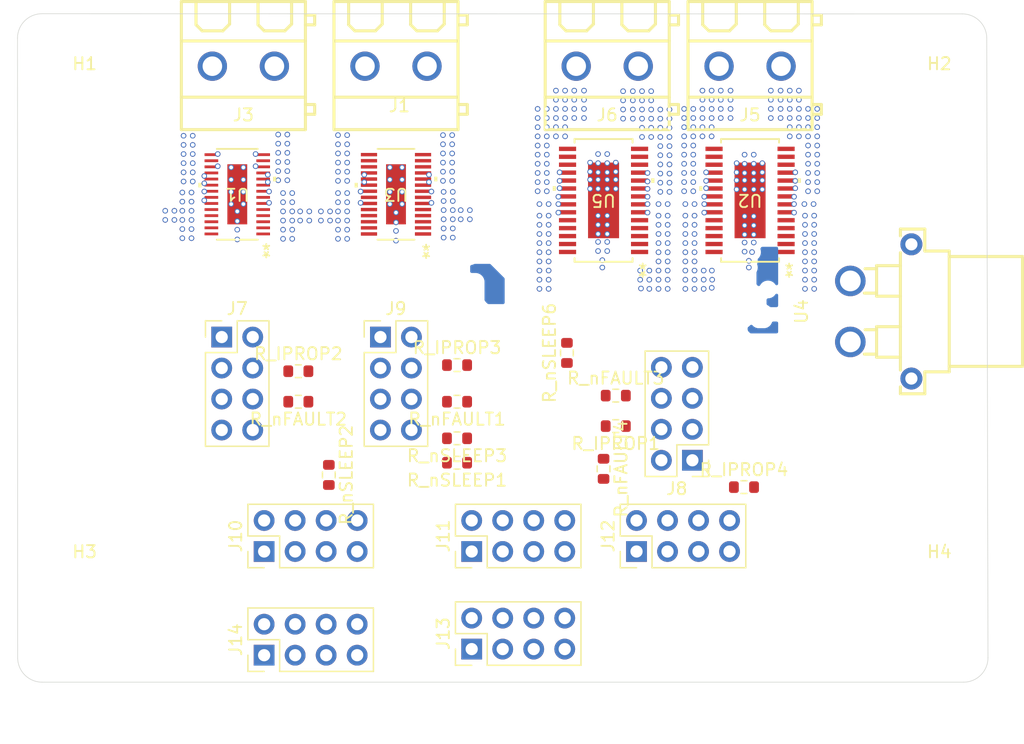
<source format=kicad_pcb>
(kicad_pcb (version 20240108) (generator "pcbnew") (generator_version "8.0")
  (layers (0 "F.Cu" signal) (1 "In1.Cu" signal) (2 "In2.Cu" signal) (31 "B.Cu" signal) (34 "B.Paste" user) (35 "F.Paste" user) (36 "B.SilkS" user "B.Silkscreen") (37 "F.SilkS" user "F.Silkscreen") (38 "B.Mask" user) (39 "F.Mask" user) (44 "Edge.Cuts" user))
  (net 0 "")
  (net 1 "GND")
  (net 2 "/DRV8244/OUT1")
  (net 3 "IPROPI_2")
  (net 4 "/DRV8244/OUT2")
  (net 5 "/DRV8245/OUT1")
  (net 6 "/DRV8245/OUT2")
  (net 7 "IPROPI_3")
  (net 8 "/DRV8243/OUT2")
  (net 9 "/DRV8243/OUT1")
  (net 10 "3V3")
  (net 11 "DRV6_CS")
  (net 12 "DRV5_CS")
  (net 13 "DRV4_CS")
  (net 14 "/DRV8245/OUT4")
  (net 15 "/DRV8245/OUT3")
  (net 16 "IPROPI_1")
  (net 17 "IPROPI_6")
  (net 18 "/DRV1_GPIO2/N_FAULT")
  (net 19 "/DRV1_GPIO1/N_FAULT")
  (net 21 "/DRV1_GPIO/N_FAULT")
  (net 22 "/DRV1_GPIO/N_FAULT2")
  (net 23 "NSLEEP")
  (net 24 "/DRV1_GPIO1/IN1")
  (net 25 "VM")
  (net 26 "DRV_OFF")
  (net 27 "M_MOSI")
  (net 28 "M_SCLK")
  (net 29 "/DRV1_GPIO1/IN2")
  (net 30 "M_MISO")
  (net 31 "DRV2_CS")
  (net 32 "/DRV1_GPIO/IN1")
  (net 33 "DRV3_CS")
  (net 34 "/DRV1_GPIO/IN2")
  (net 35 "/DRV1_GPIO2/IN2")
  (net 36 "DRV1_CS")
  (net 37 "/DRV1_GPIO2/IN1")
  (net 38 "/DRV1_GPIO1/IN4")
  (net 39 "/DRV1_GPIO1/IN3")
  (net 40 "/DRV1_GPIO/IN4")
  (net 41 "/DRV1_GPIO/IN3")
  (net 42 "/DRV1_GPIO2/IN4")
  (net 43 "/DRV1_GPIO2/IN3")
  (net 52 "/DRV1_GPIO1/N_FAULT2")
  (net 53 "/DRV1_GPIO1/IPROPI2")
  (net 58 "/DRV1_GPIO2/IPROPI2")
  (net 60 "/DRV1_GPIO2/N_FAULT2")
  (footprint "Connector_PinHeader_2.54mm:PinHeader_2x04_P2.54mm_Vertical" (layer "F.Cu") (at 123.2 108.275 90)
    (property "Reference" "J12" (at 1.27 -2.33 90) (layer "F.SilkS"))
    (property "Value" "Conn_02x04_Odd_Even")
    (pad "1" thru_hole rect (at 0 0 90) (size 1.7 1.7) (drill 1) (layers "*.Cu" "*.Mask"))
    (pad "2" thru_hole oval (at 2.54 0 90) (size 1.7 1.7) (drill 1) (layers "*.Cu" "*.Mask") (net 1 "GND"))
    (pad "3" thru_hole oval (at 0 2.54 90) (size 1.7 1.7) (drill 1) (layers "*.Cu" "*.Mask"))
    (pad "4" thru_hole oval (at 2.54 2.54 90) (size 1.7 1.7) (drill 1) (layers "*.Cu" "*.Mask") (net 17 "IPROPI_6"))
    (pad "5" thru_hole oval (at 0 5.08 90) (size 1.7 1.7) (drill 1) (layers "*.Cu" "*.Mask"))
    (pad "6" thru_hole oval (at 2.54 5.08 90) (size 1.7 1.7) (drill 1) (layers "*.Cu" "*.Mask") (net 22 "/DRV1_GPIO/N_FAULT2"))
    (pad "7" thru_hole oval (at 0 7.62 90) (size 1.7 1.7) (drill 1) (layers "*.Cu" "*.Mask"))
    (pad "8" thru_hole oval (at 2.54 7.62 90) (size 1.7 1.7) (drill 1) (layers "*.Cu" "*.Mask") (net 10 "3V3"))
  )
  (footprint "MountingHole:MountingHole_3.2mm_M3" (layer "F.Cu") (at 78 112.5)
    (property "Reference" "H3" (at 0 -4.2 0) (layer "F.SilkS"))
    (property "Value" "MountingHole_Pad")
    (pad "" np_thru_hole circle (at 0 0) (size 3.2 3.2) (drill 3.2) (layers "*.Cu" "*.Mask"))
  )
  (footprint "PDRV8245SPWPQ1:U_PWP0028R_TEX" (layer "F.Cu") (at 120.5 79.5 180)
    (property "Reference" "U5" (at 0 0 180) (layer "F.SilkS"))
    (property "Value" "PDRV8245SPWPQ1")
    (fp_text user "*" (at -3.20395 -5.7228 180) (layer "F.SilkS"))
    (fp_text user "*" (at -3.20395 -5.7228 180) (layer "F.SilkS"))
    (pad "1" smd rect (at -2.949948 -4.225 180) (size 1.404099 0.3548) (layers "F.Cu" "F.Paste" "F.Mask") (net 28 "M_SCLK"))
    (pad "2" smd rect (at -2.949948 -3.574999 180) (size 1.404099 0.3548) (layers "F.Cu" "F.Paste" "F.Mask") (net 11 "DRV6_CS"))
    (pad "3" smd rect (at -2.949948 -2.925 180) (size 1.404099 0.3548) (layers "F.Cu" "F.Paste" "F.Mask") (net 40 "/DRV1_GPIO/IN4"))
    (pad "4" smd rect (at -2.949948 -2.274999 180) (size 1.404099 0.3548) (layers "F.Cu" "F.Paste" "F.Mask") (net 41 "/DRV1_GPIO/IN3"))
    (pad "5" smd rect (at -2.949948 -1.625001 180) (size 1.404099 0.3548) (layers "F.Cu" "F.Paste" "F.Mask") (net 26 "DRV_OFF"))
    (pad "6" smd rect (at -2.949948 -0.974999 180) (size 1.404099 0.3548) (layers "F.Cu" "F.Paste" "F.Mask") (net 25 "VM"))
    (pad "7" smd rect (at -2.949948 -0.325001 180) (size 1.404099 0.3548) (layers "F.Cu" "F.Paste" "F.Mask") (net 25 "VM"))
    (pad "8" smd rect (at -2.949948 0.324998 180) (size 1.404099 0.3548) (layers "F.Cu" "F.Paste" "F.Mask") (net 25 "VM"))
    (pad "9" smd rect (at -2.949948 0.974999 180) (size 1.404099 0.3548) (layers "F.Cu" "F.Paste" "F.Mask") (net 15 "/DRV8245/OUT3"))
    (pad "10" smd rect (at -2.949948 1.624998 180) (size 1.404099 0.3548) (layers "F.Cu" "F.Paste" "F.Mask") (net 15 "/DRV8245/OUT3"))
    (pad "11" smd rect (at -2.949948 2.274999 180) (size 1.404099 0.3548) (layers "F.Cu" "F.Paste" "F.Mask") (net 15 "/DRV8245/OUT3"))
    (pad "12" smd rect (at -2.949948 2.924998 180) (size 1.404099 0.3548) (layers "F.Cu" "F.Paste" "F.Mask") (net 1 "GND"))
    (pad "13" smd rect (at -2.949948 3.574999 180) (size 1.404099 0.3548) (layers "F.Cu" "F.Paste" "F.Mask") (net 1 "GND"))
    (pad "14" smd rect (at -2.949948 4.224998 180) (size 1.404099 0.3548) (layers "F.Cu" "F.Paste" "F.Mask") (net 1 "GND"))
    (pad "15" smd rect (at 2.949948 4.225 180) (size 1.404099 0.3548) (layers "F.Cu" "F.Paste" "F.Mask") (net 1 "GND"))
    (pad "16" smd rect (at 2.949948 3.574999 180) (size 1.404099 0.3548) (layers "F.Cu" "F.Paste" "F.Mask") (net 1 "GND"))
    (pad "17" smd rect (at 2.949948 2.925 180) (size 1.404099 0.3548) (layers "F.Cu" "F.Paste" "F.Mask") (net 1 "GND"))
    (pad "18" smd rect (at 2.949948 2.274999 180) (size 1.404099 0.3548) (layers "F.Cu" "F.Paste" "F.Mask") (net 14 "/DRV8245/OUT4"))
    (pad "19" smd rect (at 2.949948 1.625001 180) (size 1.404099 0.3548) (layers "F.Cu" "F.Paste" "F.Mask") (net 14 "/DRV8245/OUT4"))
    (pad "20" smd rect (at 2.949948 0.974999 180) (size 1.404099 0.3548) (layers "F.Cu" "F.Paste" "F.Mask") (net 14 "/DRV8245/OUT4"))
    (pad "21" smd rect (at 2.949948 0.325001 180) (size 1.404099 0.3548) (layers "F.Cu" "F.Paste" "F.Mask") (net 25 "VM"))
    (pad "22" smd rect (at 2.949948 -0.325001 180) (size 1.404099 0.3548) (layers "F.Cu" "F.Paste" "F.Mask") (net 25 "VM"))
    (pad "23" smd rect (at 2.949948 -0.974999 180) (size 1.404099 0.3548) (layers "F.Cu" "F.Paste" "F.Mask") (net 25 "VM"))
    (pad "24" smd rect (at 2.949948 -1.625001 180) (size 1.404099 0.3548) (layers "F.Cu" "F.Paste" "F.Mask") (net 23 "NSLEEP"))
    (pad "25" smd rect (at 2.949948 -2.274999 180) (size 1.404099 0.3548) (layers "F.Cu" "F.Paste" "F.Mask") (net 17 "IPROPI_6"))
    (pad "26" smd rect (at 2.949948 -2.925 180) (size 1.404099 0.3548) (layers "F.Cu" "F.Paste" "F.Mask") (net 22 "/DRV1_GPIO/N_FAULT2"))
    (pad "27" smd rect (at 2.949948 -3.574999 180) (size 1.404099 0.3548) (layers "F.Cu" "F.Paste" "F.Mask") (net 27 "M_MOSI"))
    (pad "28" smd rect (at 2.949948 -4.225 180) (size 1.404099 0.3548) (layers "F.Cu" "F.Paste" "F.Mask") (net 30 "M_MISO"))
    (pad "EPAD" smd rect (at 0 0 180) (size 2.54 6.1976) (layers "F.Cu" "F.Mask") (net 1 "GND"))
  )
  (footprint "Resistor_SMD:R_0603_1608Metric" (layer "F.Cu") (at 117.5 92 90)
    (property "Reference" "R_nSLEEP6" (at 0 -1.43 90) (layer "F.SilkS"))
    (property "Value" "8.2k")
    (pad "1" smd roundrect (at -0.825 0 90) (size 0.8 0.95) (layers "F.Cu" "F.Paste" "F.Mask") (net 1 "GND"))
    (pad "2" smd roundrect (at 0.825 0 90) (size 0.8 0.95) (layers "F.Cu" "F.Paste" "F.Mask") (net 23 "NSLEEP"))
  )
  (footprint "Resistor_SMD:R_0603_1608Metric" (layer "F.Cu") (at 98 102 -90)
    (property "Reference" "R_nSLEEP2" (at 0 -1.43 90) (layer "F.SilkS"))
    (property "Value" "8.2k")
    (pad "1" smd roundrect (at -0.825 0 270) (size 0.8 0.95) (layers "F.Cu" "F.Paste" "F.Mask") (net 1 "GND"))
    (pad "2" smd roundrect (at 0.825 0 270) (size 0.8 0.95) (layers "F.Cu" "F.Paste" "F.Mask") (net 23 "NSLEEP"))
  )
  (footprint "Resistor_SMD:R_0603_1608Metric" (layer "F.Cu") (at 121.5 98 180)
    (property "Reference" "R_IPROP1" (at 0 -1.43 360) (layer "F.SilkS"))
    (property "Value" "820")
    (pad "1" smd roundrect (at -0.825 0 180) (size 0.8 0.95) (layers "F.Cu" "F.Paste" "F.Mask") (net 7 "IPROPI_3"))
    (pad "2" smd roundrect (at 0.825 0 180) (size 0.8 0.95) (layers "F.Cu" "F.Paste" "F.Mask") (net 1 "GND"))
  )
  (footprint "easyeda2kicad:CONN-TH_P5.08_KF128-5.08-2P" (layer "F.Cu") (at 91 68.5 180)
    (property "Reference" "J3" (at 0 -4 360) (layer "F.SilkS"))
    (property "Value" "Screw_Terminal_01x02")
    (pad "1" thru_hole circle (at -2.54 0 180) (size 2.4 2.4) (drill 1.599997) (layers "*.Cu" "*.Mask") (net 2 "/DRV8244/OUT1"))
    (pad "2" thru_hole circle (at 2.54 0 180) (size 2.4 2.4) (drill 1.599997) (layers "*.Cu" "*.Mask") (net 4 "/DRV8244/OUT2"))
  )
  (footprint "Resistor_SMD:R_0603_1608Metric" (layer "F.Cu") (at 120.5 101.5 -90)
    (property "Reference" "R_nFAULT4" (at 0 -1.43 90) (layer "F.SilkS"))
    (property "Value" "820")
    (pad "1" smd roundrect (at -0.825 0 270) (size 0.8 0.95) (layers "F.Cu" "F.Paste" "F.Mask") (net 10 "3V3"))
    (pad "2" smd roundrect (at 0.825 0 270) (size 0.8 0.95) (layers "F.Cu" "F.Paste" "F.Mask") (net 22 "/DRV1_GPIO/N_FAULT2"))
  )
  (footprint "Resistor_SMD:R_0603_1608Metric" (layer "F.Cu") (at 108.5 99 180)
    (property "Reference" "R_nSLEEP3" (at 0 -1.43 360) (layer "F.SilkS"))
    (property "Value" "8.2k")
    (pad "1" smd roundrect (at -0.825 0 180) (size 0.8 0.95) (layers "F.Cu" "F.Paste" "F.Mask") (net 1 "GND"))
    (pad "2" smd roundrect (at 0.825 0 180) (size 0.8 0.95) (layers "F.Cu" "F.Paste" "F.Mask") (net 23 "NSLEEP"))
  )
  (footprint "easyeda2kicad:CONN-TH_P5.08_KF128-5.08-2P" (layer "F.Cu") (at 132.5 68.5 180)
    (property "Reference" "J5" (at 0 -4 360) (layer "F.SilkS"))
    (property "Value" "Screw_Terminal_01x02")
    (pad "1" thru_hole circle (at -2.54 0 180) (size 2.4 2.4) (drill 1.599997) (layers "*.Cu" "*.Mask") (net 5 "/DRV8245/OUT1"))
    (pad "2" thru_hole circle (at 2.54 0 180) (size 2.4 2.4) (drill 1.599997) (layers "*.Cu" "*.Mask") (net 6 "/DRV8245/OUT2"))
  )
  (footprint "easyeda2kicad:CONN-TH_P5.08_KF128-5.08-2P" (layer "F.Cu") (at 103.5 68.5 180)
    (property "Reference" "J1" (at -0.28 -3.25 360) (layer "F.SilkS"))
    (property "Value" "Screw_Terminal_01x02")
    (pad "1" thru_hole circle (at -2.54 0 180) (size 2.4 2.4) (drill 1.599997) (layers "*.Cu" "*.Mask") (net 9 "/DRV8243/OUT1"))
    (pad "2" thru_hole circle (at 2.54 0 180) (size 2.4 2.4) (drill 1.599997) (layers "*.Cu" "*.Mask") (net 8 "/DRV8243/OUT2"))
  )
  (footprint "Connector_PinHeader_2.54mm:PinHeader_2x04_P2.54mm_Vertical" (layer "F.Cu") (at 92.7 108.275 90)
    (property "Reference" "J10" (at 1.27 -2.33 90) (layer "F.SilkS"))
    (property "Value" "Conn_02x04_Odd_Even")
    (pad "1" thru_hole rect (at 0 0 90) (size 1.7 1.7) (drill 1) (layers "*.Cu" "*.Mask") (net 28 "M_SCLK"))
    (pad "2" thru_hole oval (at 2.54 0 90) (size 1.7 1.7) (drill 1) (layers "*.Cu" "*.Mask") (net 1 "GND"))
    (pad "3" thru_hole oval (at 0 2.54 90) (size 1.7 1.7) (drill 1) (layers "*.Cu" "*.Mask"))
    (pad "4" thru_hole oval (at 2.54 2.54 90) (size 1.7 1.7) (drill 1) (layers "*.Cu" "*.Mask") (net 26 "DRV_OFF"))
    (pad "5" thru_hole oval (at 0 5.08 90) (size 1.7 1.7) (drill 1) (layers "*.Cu" "*.Mask") (net 27 "M_MOSI"))
    (pad "6" thru_hole oval (at 2.54 5.08 90) (size 1.7 1.7) (drill 1) (layers "*.Cu" "*.Mask") (net 23 "NSLEEP"))
    (pad "7" thru_hole oval (at 0 7.62 90) (size 1.7 1.7) (drill 1) (layers "*.Cu" "*.Mask") (net 30 "M_MISO"))
    (pad "8" thru_hole oval (at 2.54 7.62 90) (size 1.7 1.7) (drill 1) (layers "*.Cu" "*.Mask") (net 10 "3V3"))
  )
  (footprint "Resistor_SMD:R_0603_1608Metric" (layer "F.Cu") (at 95.5 96 180)
    (property "Reference" "R_nFAULT2" (at 0 -1.43 360) (layer "F.SilkS"))
    (property "Value" "820")
    (pad "1" smd roundrect (at -0.825 0 180) (size 0.8 0.95) (layers "F.Cu" "F.Paste" "F.Mask") (net 10 "3V3"))
    (pad "2" smd roundrect (at 0.825 0 180) (size 0.8 0.95) (layers "F.Cu" "F.Paste" "F.Mask") (net 19 "/DRV1_GPIO1/N_FAULT"))
  )
  (footprint "Resistor_SMD:R_0603_1608Metric" (layer "F.Cu") (at 108.5 101 180)
    (property "Reference" "R_nSLEEP1" (at 0 -1.43 360) (layer "F.SilkS"))
    (property "Value" "8.2k")
    (pad "1" smd roundrect (at -0.825 0 180) (size 0.8 0.95) (layers "F.Cu" "F.Paste" "F.Mask") (net 1 "GND"))
    (pad "2" smd roundrect (at 0.825 0 180) (size 0.8 0.95) (layers "F.Cu" "F.Paste" "F.Mask") (net 23 "NSLEEP"))
  )
  (footprint "Connector_PinHeader_2.54mm:PinHeader_2x04_P2.54mm_Vertical" (layer "F.Cu") (at 127.775 100.8 180)
    (property "Reference" "J8" (at 1.27 -2.33 360) (layer "F.SilkS"))
    (property "Value" "Conn_02x04_Odd_Even")
    (pad "1" thru_hole rect (at 0 0 180) (size 1.7 1.7) (drill 1) (layers "*.Cu" "*.Mask") (net 32 "/DRV1_GPIO/IN1"))
    (pad "2" thru_hole oval (at 2.54 0 180) (size 1.7 1.7) (drill 1) (layers "*.Cu" "*.Mask") (net 1 "GND"))
    (pad "3" thru_hole oval (at 0 2.54 180) (size 1.7 1.7) (drill 1) (layers "*.Cu" "*.Mask") (net 34 "/DRV1_GPIO/IN2"))
    (pad "4" thru_hole oval (at 2.54 2.54 180) (size 1.7 1.7) (drill 1) (layers "*.Cu" "*.Mask") (net 7 "IPROPI_3"))
    (pad "5" thru_hole oval (at 0 5.08 180) (size 1.7 1.7) (drill 1) (layers "*.Cu" "*.Mask") (net 41 "/DRV1_GPIO/IN3"))
    (pad "6" thru_hole oval (at 2.54 5.08 180) (size 1.7 1.7) (drill 1) (layers "*.Cu" "*.Mask") (net 21 "/DRV1_GPIO/N_FAULT"))
    (pad "7" thru_hole oval (at 0 7.62 180) (size 1.7 1.7) (drill 1) (layers "*.Cu" "*.Mask") (net 40 "/DRV1_GPIO/IN4"))
    (pad "8" thru_hole oval (at 2.54 7.62 180) (size 1.7 1.7) (drill 1) (layers "*.Cu" "*.Mask") (net 10 "3V3"))
  )
  (footprint "Resistor_SMD:R_0603_1608Metric" (layer "F.Cu") (at 132 103)
    (property "Reference" "R_IPROP4" (at 0 -1.43 0) (layer "F.SilkS"))
    (property "Value" "820")
    (pad "1" smd roundrect (at -0.825 0) (size 0.8 0.95) (layers "F.Cu" "F.Paste" "F.Mask") (net 17 "IPROPI_6"))
    (pad "2" smd roundrect (at 0.825 0) (size 0.8 0.95) (layers "F.Cu" "F.Paste" "F.Mask") (net 1 "GND"))
  )
  (footprint "PDRV8244SDGQQ1:U_DGQ0028A_TEX-L" (layer "F.Cu") (at 90.5 79 180)
    (property "Reference" "U1" (at 0 0 180) (layer "F.SilkS"))
    (property "Value" "PDRV8244SPWPQ1")
    (fp_text user "*" (at -2.3749 -4.6216 360) (layer "F.SilkS"))
    (fp_text user "*" (at -2.3749 -4.6216 180) (layer "F.SilkS"))
    (pad "1" smd rect (at -2.1209 -3.250001 180) (size 1.1176 0.2286) (layers "F.Cu" "F.Paste" "F.Mask") (net 28 "M_SCLK"))
    (pad "2" smd rect (at -2.1209 -2.75 180) (size 1.1176 0.2286) (layers "F.Cu" "F.Paste" "F.Mask") (net 31 "DRV2_CS"))
    (pad "3" smd rect (at -2.1209 -2.250001 180) (size 1.1176 0.2286) (layers "F.Cu" "F.Paste" "F.Mask") (net 29 "/DRV1_GPIO1/IN2"))
    (pad "4" smd rect (at -2.1209 -1.749999 180) (size 1.1176 0.2286) (layers "F.Cu" "F.Paste" "F.Mask") (net 24 "/DRV1_GPIO1/IN1"))
    (pad "5" smd rect (at -2.1209 -1.25 180) (size 1.1176 0.2286) (layers "F.Cu" "F.Paste" "F.Mask") (net 26 "DRV_OFF"))
    (pad "6" smd rect (at -2.1209 -0.749998 180) (size 1.1176 0.2286) (layers "F.Cu" "F.Paste" "F.Mask") (net 25 "VM"))
    (pad "7" smd rect (at -2.1209 -0.25 180) (size 1.1176 0.2286) (layers "F.Cu" "F.Paste" "F.Mask") (net 25 "VM"))
    (pad "8" smd rect (at -2.1209 0.25 180) (size 1.1176 0.2286) (layers "F.Cu" "F.Paste" "F.Mask") (net 25 "VM"))
    (pad "9" smd rect (at -2.1209 0.750001 180) (size 1.1176 0.2286) (layers "F.Cu" "F.Paste" "F.Mask") (net 2 "/DRV8244/OUT1"))
    (pad "10" smd rect (at -2.1209 1.25 180) (size 1.1176 0.2286) (layers "F.Cu" "F.Paste" "F.Mask") (net 2 "/DRV8244/OUT1"))
    (pad "11" smd rect (at -2.1209 1.749999 180) (size 1.1176 0.2286) (layers "F.Cu" "F.Paste" "F.Mask") (net 2 "/DRV8244/OUT1"))
    (pad "12" smd rect (at -2.1209 2.250001 180) (size 1.1176 0.2286) (layers "F.Cu" "F.Paste" "F.Mask") (net 1 "GND"))
    (pad "13" smd rect (at -2.1209 2.75 180) (size 1.1176 0.2286) (layers "F.Cu" "F.Paste" "F.Mask") (net 1 "GND"))
    (pad "14" smd rect (at -2.1209 3.250001 180) (size 1.1176 0.2286) (layers "F.Cu" "F.Paste" "F.Mask") (net 1 "GND"))
    (pad "15" smd rect (at 2.1209 3.250001 180) (size 1.1176 0.2286) (layers "F.Cu" "F.Paste" "F.Mask") (net 1 "GND"))
    (pad "16" smd rect (at 2.1209 2.75 180) (size 1.1176 0.2286) (layers "F.Cu" "F.Paste" "F.Mask") (net 1 "GND"))
    (pad "17" smd rect (at 2.1209 2.250001 180) (size 1.1176 0.2286) (layers "F.Cu" "F.Paste" "F.Mask") (net 1 "GND"))
    (pad "18" smd rect (at 2.1209 1.749999 180) (size 1.1176 0.2286) (layers "F.Cu" "F.Paste" "F.Mask") (net 4 "/DRV8244/OUT2"))
    (pad "19" smd rect (at 2.1209 1.25 180) (size 1.1176 0.2286) (layers "F.Cu" "F.Paste" "F.Mask") (net 4 "/DRV8244/OUT2"))
    (pad "20" smd rect (at 2.1209 0.750001 180) (size 1.1176 0.2286) (layers "F.Cu" "F.Paste" "F.Mask") (net 4 "/DRV8244/OUT2"))
    (pad "21" smd rect (at 2.1209 0.25 180) (size 1.1176 0.2286) (layers "F.Cu" "F.Paste" "F.Mask") (net 25 "VM"))
    (pad "22" smd rect (at 2.1209 -0.25 180) (size 1.1176 0.2286) (layers "F.Cu" "F.Paste" "F.Mask") (net 25 "VM"))
    (pad "23" smd rect (at 2.1209 -0.750001 180) (size 1.1176 0.2286) (layers "F.Cu" "F.Paste" "F.Mask") (net 25 "VM"))
    (pad "24" smd rect (at 2.1209 -1.25 180) (size 1.1176 0.2286) (layers "F.Cu" "F.Paste" "F.Mask") (net 23 "NSLEEP"))
    (pad "25" smd rect (at 2.1209 -1.749999 180) (size 1.1176 0.2286) (layers "F.Cu" "F.Paste" "F.Mask") (net 3 "IPROPI_2"))
    (pad "26" smd rect (at 2.1209 -2.250001 180) (size 1.1176 0.2286) (layers "F.Cu" "F.Paste" "F.Mask") (net 19 "/DRV1_GPIO1/N_FAULT"))
    (pad "27" smd rect (at 2.1209 -2.75 180) (size 1.1176 0.2286) (layers "F.Cu" "F.Paste" "F.Mask") (net 30 "M_MISO"))
    (pad "28" smd rect (at 2.1209 -3.250001 180) (size 1.1176 0.2286) (layers "F.Cu" "F.Paste" "F.Mask") (net 27 "M_MOSI"))
    (pad "EPAD" smd rect (at 0 0 180) (size 1.6256 4.9276) (layers "F.Cu" "F.Mask") (net 1 "GND"))
  )
  (footprint "easyeda2kicad:CONN-TH_XT30PW-F-1" (layer "F.Cu") (at 143.2125 88.6 90)
    (property "Reference" "U4" (at 0 -6.5 -90) (layer "F.SilkS"))
    (property "Value" "XT30PW-F")
    (pad "1" thru_hole circle (at -2.5 -2.5 90) (size 2.5 2.5) (drill 1.700022) (layers "*.Cu" "*.Mask") (net 25 "VM"))
    (pad "2" thru_hole circle (at 2.5 -2.5 90) (size 2.5 2.5) (drill 1.700022) (layers "*.Cu" "*.Mask") (net 1 "GND"))
    (pad "3" thru_hole circle (at 5.5 2.5 90) (size 1.8 1.8) (drill 0.999998) (layers "*.Cu" "*.Mask") (net 1 "GND"))
    (pad "4" thru_hole circle (at -5.5 2.5 90) (size 1.8 1.8) (drill 0.999998) (layers "*.Cu" "*.Mask") (net 25 "VM"))
  )
  (footprint "Connector_PinHeader_2.54mm:PinHeader_2x04_P2.54mm_Vertical" (layer "F.Cu") (at 92.7 116.775 90)
    (property "Reference" "J14" (at 1.27 -2.33 90) (layer "F.SilkS"))
    (property "Value" "Conn_02x04_Odd_Even")
    (pad "1" thru_hole rect (at 0 0 90) (size 1.7 1.7) (drill 1) (layers "*.Cu" "*.Mask"))
    (pad "2" thru_hole oval (at 2.54 0 90) (size 1.7 1.7) (drill 1) (layers "*.Cu" "*.Mask") (net 1 "GND"))
    (pad "3" thru_hole oval (at 0 2.54 90) (size 1.7 1.7) (drill 1) (layers "*.Cu" "*.Mask"))
    (pad "4" thru_hole oval (at 2.54 2.54 90) (size 1.7 1.7) (drill 1) (layers "*.Cu" "*.Mask") (net 58 "/DRV1_GPIO2/IPROPI2"))
    (pad "5" thru_hole oval (at 0 5.08 90) (size 1.7 1.7) (drill 1) (layers "*.Cu" "*.Mask"))
    (pad "6" thru_hole oval (at 2.54 5.08 90) (size 1.7 1.7) (drill 1) (layers "*.Cu" "*.Mask") (net 60 "/DRV1_GPIO2/N_FAULT2"))
    (pad "7" thru_hole oval (at 0 7.62 90) (size 1.7 1.7) (drill 1) (layers "*.Cu" "*.Mask"))
    (pad "8" thru_hole oval (at 2.54 7.62 90) (size 1.7 1.7) (drill 1) (layers "*.Cu" "*.Mask") (net 10 "3V3"))
  )
  (footprint "Connector_PinHeader_2.54mm:PinHeader_2x04_P2.54mm_Vertical" (layer "F.Cu") (at 102.225 90.7)
    (property "Reference" "J9" (at 1.27 -2.33 360) (layer "F.SilkS"))
    (property "Value" "Conn_02x04_Odd_Even")
    (pad "1" thru_hole rect (at 0 0) (size 1.7 1.7) (drill 1) (layers "*.Cu" "*.Mask") (net 37 "/DRV1_GPIO2/IN1"))
    (pad "2" thru_hole oval (at 2.54 0) (size 1.7 1.7) (drill 1) (layers "*.Cu" "*.Mask") (net 1 "GND"))
    (pad "3" thru_hole oval (at 0 2.54) (size 1.7 1.7) (drill 1) (layers "*.Cu" "*.Mask") (net 35 "/DRV1_GPIO2/IN2"))
    (pad "4" thru_hole oval (at 2.54 2.54) (size 1.7 1.7) (drill 1) (layers "*.Cu" "*.Mask") (net 16 "IPROPI_1"))
    (pad "5" thru_hole oval (at 0 5.08) (size 1.7 1.7) (drill 1) (layers "*.Cu" "*.Mask") (net 43 "/DRV1_GPIO2/IN3"))
    (pad "6" thru_hole oval (at 2.54 5.08) (size 1.7 1.7) (drill 1) (layers "*.Cu" "*.Mask") (net 18 "/DRV1_GPIO2/N_FAULT"))
    (pad "7" thru_hole oval (at 0 7.62) (size 1.7 1.7) (drill 1) (layers "*.Cu" "*.Mask") (net 42 "/DRV1_GPIO2/IN4"))
    (pad "8" thru_hole oval (at 2.54 7.62) (size 1.7 1.7) (drill 1) (layers "*.Cu" "*.Mask") (net 10 "3V3"))
  )
  (footprint "Connector_PinHeader_2.54mm:PinHeader_2x04_P2.54mm_Vertical" (layer "F.Cu") (at 109.7 116.275 90)
    (property "Reference" "J13" (at 1.27 -2.33 90) (layer "F.SilkS"))
    (property "Value" "Conn_02x04_Odd_Even")
    (pad "1" thru_hole rect (at 0 0 90) (size 1.7 1.7) (drill 1) (layers "*.Cu" "*.Mask"))
    (pad "2" thru_hole oval (at 2.54 0 90) (size 1.7 1.7) (drill 1) (layers "*.Cu" "*.Mask") (net 1 "GND"))
    (pad "3" thru_hole oval (at 0 2.54 90) (size 1.7 1.7) (drill 1) (layers "*.Cu" "*.Mask"))
    (pad "4" thru_hole oval (at 2.54 2.54 90) (size 1.7 1.7) (drill 1) (layers "*.Cu" "*.Mask") (net 53 "/DRV1_GPIO1/IPROPI2"))
    (pad "5" thru_hole oval (at 0 5.08 90) (size 1.7 1.7) (drill 1) (layers "*.Cu" "*.Mask"))
    (pad "6" thru_hole oval (at 2.54 5.08 90) (size 1.7 1.7) (drill 1) (layers "*.Cu" "*.Mask") (net 52 "/DRV1_GPIO1/N_FAULT2"))
    (pad "7" thru_hole oval (at 0 7.62 90) (size 1.7 1.7) (drill 1) (layers "*.Cu" "*.Mask"))
    (pad "8" thru_hole oval (at 2.54 7.62 90) (size 1.7 1.7) (drill 1) (layers "*.Cu" "*.Mask") (net 10 "3V3"))
  )
  (footprint "Connector_PinHeader_2.54mm:PinHeader_2x04_P2.54mm_Vertical" (layer "F.Cu") (at 109.7 108.275 90)
    (property "Reference" "J11" (at 1.27 -2.33 90) (layer "F.SilkS"))
    (property "Value" "Conn_02x04_Odd_Even")
    (pad "1" thru_hole rect (at 0 0 90) (size 1.7 1.7) (drill 1) (layers "*.Cu" "*.Mask") (net 36 "DRV1_CS"))
    (pad "2" thru_hole oval (at 2.54 0 90) (size 1.7 1.7) (drill 1) (layers "*.Cu" "*.Mask") (net 13 "DRV4_CS"))
    (pad "3" thru_hole oval (at 0 2.54 90) (size 1.7 1.7) (drill 1) (layers "*.Cu" "*.Mask") (net 31 "DRV2_CS"))
    (pad "4" thru_hole oval (at 2.54 2.54 90) (size 1.7 1.7) (drill 1) (layers "*.Cu" "*.Mask") (net 12 "DRV5_CS"))
    (pad "5" thru_hole oval (at 0 5.08 90) (size 1.7 1.7) (drill 1) (layers "*.Cu" "*.Mask") (net 33 "DRV3_CS"))
    (pad "6" thru_hole oval (at 2.54 5.08 90) (size 1.7 1.7) (drill 1) (layers "*.Cu" "*.Mask") (net 11 "DRV6_CS"))
    (pad "7" thru_hole oval (at 0 7.62 90) (size 1.7 1.7) (drill 1) (layers "*.Cu" "*.Mask"))
    (pad "8" thru_hole oval (at 2.54 7.62 90) (size 1.7 1.7) (drill 1) (layers "*.Cu" "*.Mask"))
  )
  (footprint "Resistor_SMD:R_0603_1608Metric" (layer "F.Cu") (at 108.5 96 180)
    (property "Reference" "R_nFAULT1" (at 0 -1.43 360) (layer "F.SilkS"))
    (property "Value" "820")
    (pad "1" smd roundrect (at -0.825 0 180) (size 0.8 0.95) (layers "F.Cu" "F.Paste" "F.Mask") (net 10 "3V3"))
    (pad "2" smd roundrect (at 0.825 0 180) (size 0.8 0.95) (layers "F.Cu" "F.Paste" "F.Mask") (net 18 "/DRV1_GPIO2/N_FAULT"))
  )
  (footprint "Connector_PinHeader_2.54mm:PinHeader_2x04_P2.54mm_Vertical" (layer "F.Cu") (at 89.225 90.7)
    (property "Reference" "J7" (at 1.27 -2.33 360) (layer "F.SilkS"))
    (property "Value" "Conn_02x04_Odd_Even")
    (pad "1" thru_hole rect (at 0 0) (size 1.7 1.7) (drill 1) (layers "*.Cu" "*.Mask") (net 24 "/DRV1_GPIO1/IN1"))
    (pad "2" thru_hole oval (at 2.54 0) (size 1.7 1.7) (drill 1) (layers "*.Cu" "*.Mask") (net 1 "GND"))
    (pad "3" thru_hole oval (at 0 2.54) (size 1.7 1.7) (drill 1) (layers "*.Cu" "*.Mask") (net 29 "/DRV1_GPIO1/IN2"))
    (pad "4" thru_hole oval (at 2.54 2.54) (size 1.7 1.7) (drill 1) (layers "*.Cu" "*.Mask") (net 3 "IPROPI_2"))
    (pad "5" thru_hole oval (at 0 5.08) (size 1.7 1.7) (drill 1) (layers "*.Cu" "*.Mask") (net 39 "/DRV1_GPIO1/IN3"))
    (pad "6" thru_hole oval (at 2.54 5.08) (size 1.7 1.7) (drill 1) (layers "*.Cu" "*.Mask") (net 19 "/DRV1_GPIO1/N_FAULT"))
    (pad "7" thru_hole oval (at 0 7.62) (size 1.7 1.7) (drill 1) (layers "*.Cu" "*.Mask") (net 38 "/DRV1_GPIO1/IN4"))
    (pad "8" thru_hole oval (at 2.54 7.62) (size 1.7 1.7) (drill 1) (layers "*.Cu" "*.Mask") (net 10 "3V3"))
  )
  (footprint "MountingHole:MountingHole_3.2mm_M3" (layer "F.Cu") (at 78 72.5)
    (property "Reference" "H1" (at 0 -4.2 0) (layer "F.SilkS"))
    (property "Value" "MountingHole_Pad")
    (pad "" np_thru_hole circle (at 0 0) (size 3.2 3.2) (drill 3.2) (layers "*.Cu" "*.Mask"))
  )
  (footprint "Resistor_SMD:R_0603_1608Metric" (layer "F.Cu") (at 95.5 93.5)
    (property "Reference" "R_IPROP2" (at 0 -1.43 0) (layer "F.SilkS"))
    (property "Value" "820")
    (pad "1" smd roundrect (at -0.825 0) (size 0.8 0.95) (layers "F.Cu" "F.Paste" "F.Mask") (net 3 "IPROPI_2"))
    (pad "2" smd roundrect (at 0.825 0) (size 0.8 0.95) (layers "F.Cu" "F.Paste" "F.Mask") (net 1 "GND"))
  )
  (footprint "Resistor_SMD:R_0603_1608Metric" (layer "F.Cu") (at 108.5 93)
    (property "Reference" "R_IPROP3" (at 0 -1.43 0) (layer "F.SilkS"))
    (property "Value" "820")
    (pad "1" smd roundrect (at -0.825 0) (size 0.8 0.95) (layers "F.Cu" "F.Paste" "F.Mask") (net 16 "IPROPI_1"))
    (pad "2" smd roundrect (at 0.825 0) (size 0.8 0.95) (layers "F.Cu" "F.Paste" "F.Mask") (net 1 "GND"))
  )
  (footprint "PDRV8245SPWPQ1:U_PWP0028R_TEX" (layer "F.Cu") (at 132.5 79.5 180)
    (property "Reference" "U2" (at 0 0 180) (layer "F.SilkS"))
    (property "Value" "PDRV8245SPWPQ1")
    (fp_text user "*" (at -3.20395 -5.7228 180) (layer "F.SilkS"))
    (fp_text user "*" (at -3.20395 -5.7228 180) (layer "F.SilkS"))
    (pad "1" smd rect (at -2.949948 -4.225 180) (size 1.404099 0.3548) (layers "F.Cu" "F.Paste" "F.Mask") (net 28 "M_SCLK"))
    (pad "2" smd rect (at -2.949948 -3.574999 180) (size 1.404099 0.3548) (layers "F.Cu" "F.Paste" "F.Mask") (net 33 "DRV3_CS"))
    (pad "3" smd rect (at -2.949948 -2.925 180) (size 1.404099 0.3548) (layers "F.Cu" "F.Paste" "F.Mask") (net 34 "/DRV1_GPIO/IN2"))
    (pad "4" smd rect (at -2.949948 -2.274999 180) (size 1.404099 0.3548) (layers "F.Cu" "F.Paste" "F.Mask") (net 32 "/DRV1_GPIO/IN1"))
    (pad "5" smd rect (at -2.949948 -1.625001 180) (size 1.404099 0.3548) (layers "F.Cu" "F.Paste" "F.Mask") (net 26 "DRV_OFF"))
    (pad "6" smd rect (at -2.949948 -0.974999 180) (size 1.404099 0.3548) (layers "F.Cu" "F.Paste" "F.Mask") (net 25 "VM"))
    (pad "7" smd rect (at -2.949948 -0.325001 180) (size 1.404099 0.3548) (layers "F.Cu" "F.Paste" "F.Mask") (net 25 "VM"))
    (pad "8" smd rect (at -2.949948 0.324998 180) (size 1.404099 0.3548) (layers "F.Cu" "F.Paste" "F.Mask") (net 25 "VM"))
    (pad "9" smd rect (at -2.949948 0.974999 180) (size 1.404099 0.3548) (layers "F.Cu" "F.Paste" "F.Mask") (net 5 "/DRV8245/OUT1"))
    (pad "10" smd rect (at -2.949948 1.624998 180) (size 1.404099 0.3548) (layers "F.Cu" "F.Paste" "F.Mask") (net 5 "/DRV8245/OUT1"))
    (pad "11" smd rect (at -2.949948 2.274999 180) (size 1.404099 0.3548) (layers "F.Cu" "F.Paste" "F.Mask") (net 5 "/DRV8245/OUT1"))
    (pad "12" smd rect (at -2.949948 2.924998 180) (size 1.404099 0.3548) (layers "F.Cu" "F.Paste" "F.Mask") (net 1 "GND"))
    (pad "13" smd rect (at -2.949948 3.574999 180) (size 1.404099 0.3548) (layers "F.Cu" "F.Paste" "F.Mask") (net 1 "GND"))
    (pad "14" smd rect (at -2.949948 4.224998 180) (size 1.404099 0.3548) (layers "F.Cu" "F.Paste" "F.Mask") (net 1 "GND"))
    (pad "15" smd rect (at 2.949948 4.225 180) (size 1.404099 0.3548) (layers "F.Cu" "F.Paste" "F.Mask") (net 1 "GND"))
    (pad "16" smd rect (at 2.949948 3.574999 180) (size 1.404099 0.3548) (layers "F.Cu" "F.Paste" "F.Mask") (net 1 "GND"))
    (pad "17" smd rect (at 2.949948 2.925 180) (size 1.404099 0.3548) (layers "F.Cu" "F.Paste" "F.Mask") (net 1 "GND"))
    (pad "18" smd rect (at 2.949948 2.274999 180) (size 1.404099 0.3548) (layers "F.Cu" "F.Paste" "F.Mask") (net 6 "/DRV8245/OUT2"))
    (pad "19" smd rect (at 2.949948 1.625001 180) (size 1.404099 0.3548) (layers "F.Cu" "F.Paste" "F.Mask") (net 6 "/DRV8245/OUT2"))
    (pad "20" smd rect (at 2.949948 0.974999 180) (size 1.404099 0.3548) (layers "F.Cu" "F.Paste" "F.Mask") (net 6 "/DRV8245/OUT2"))
    (pad "21" smd rect (at 2.949948 0.325001 180) (size 1.404099 0.3548) (layers "F.Cu" "F.Paste" "F.Mask") (net 25 "VM"))
    (pad "22" smd rect (at 2.949948 -0.325001 180) (size 1.404099 0.3548) (layers "F.Cu" "F.Paste" "F.Mask") (net 25 "VM"))
    (pad "23" smd rect (at 2.949948 -0.974999 180) (size 1.404099 0.3548) (layers "F.Cu" "F.Paste" "F.Mask") (net 25 "VM"))
    (pad "24" smd rect (at 2.949948 -1.625001 180) (size 1.404099 0.3548) (layers "F.Cu" "F.Paste" "F.Mask") (net 23 "NSLEEP"))
    (pad "25" smd rect (at 2.949948 -2.274999 180) (size 1.404099 0.3548) (layers "F.Cu" "F.Paste" "F.Mask") (net 7 "IPROPI_3"))
    (pad "26" smd rect (at 2.949948 -2.925 180) (size 1.404099 0.3548) (layers "F.Cu" "F.Paste" "F.Mask") (net 21 "/DRV1_GPIO/N_FAULT"))
    (pad "27" smd rect (at 2.949948 -3.574999 180) (size 1.404099 0.3548) (layers "F.Cu" "F.Paste" "F.Mask") (net 27 "M_MOSI"))
    (pad "28" smd rect (at 2.949948 -4.225 180) (size 1.404099 0.3548) (layers "F.Cu" "F.Paste" "F.Mask") (net 30 "M_MISO"))
    (pad "EPAD" smd rect (at 0 0 180) (size 2.54 6.1976) (layers "F.Cu" "F.Mask") (net 1 "GND"))
  )
  (footprint "MountingHole:MountingHole_3.2mm_M3" (layer "F.Cu") (at 148 112.5)
    (property "Reference" "H4" (at 0 -4.2 0) (layer "F.SilkS"))
    (property "Value" "MountingHole_Pad")
    (pad "" np_thru_hole circle (at 0 0) (size 3.2 3.2) (drill 3.2) (layers "*.Cu" "*.Mask"))
  )
  (footprint "MountingHole:MountingHole_3.2mm_M3" (layer "F.Cu") (at 148 72.5)
    (property "Reference" "H2" (at 0 -4.2 0) (layer "F.SilkS"))
    (property "Value" "MountingHole_Pad")
    (pad "" np_thru_hole circle (at 0 0) (size 3.2 3.2) (drill 3.2) (layers "*.Cu" "*.Mask"))
  )
  (footprint "PDRV8243SDGQQ:VSSOP_SDGQQ1_TEX" (layer "F.Cu") (at 103.5 79 180)
    (property "Reference" "U3" (at 0 0 180) (layer "F.SilkS"))
    (property "Value" "PDRV8243SPWPQ1")
    (fp_text user "*" (at -2.46735 -4.673219 360) (layer "F.SilkS"))
    (fp_text user "*" (at -2.46735 -4.673219 180) (layer "F.SilkS"))
    (pad "1" smd rect (at -2.213348 -3.250819 180) (size 1.327899 0.2794) (layers "F.Cu" "F.Paste" "F.Mask") (net 28 "M_SCLK"))
    (pad "2" smd rect (at -2.213348 -2.750693 180) (size 1.327899 0.2794) (layers "F.Cu" "F.Paste" "F.Mask") (net 36 "DRV1_CS"))
    (pad "3" smd rect (at -2.213348 -2.250567 180) (size 1.327899 0.2794) (layers "F.Cu" "F.Paste" "F.Mask") (net 35 "/DRV1_GPIO2/IN2"))
    (pad "4" smd rect (at -2.213348 -1.750441 180) (size 1.327899 0.2794) (layers "F.Cu" "F.Paste" "F.Mask") (net 37 "/DRV1_GPIO2/IN1"))
    (pad "5" smd rect (at -2.213348 -1.250315 180) (size 1.327899 0.2794) (layers "F.Cu" "F.Paste" "F.Mask") (net 26 "DRV_OFF"))
    (pad "6" smd rect (at -2.213348 -0.750189 180) (size 1.327899 0.2794) (layers "F.Cu" "F.Paste" "F.Mask") (net 25 "VM"))
    (pad "7" smd rect (at -2.213348 -0.250063 180) (size 1.327899 0.2794) (layers "F.Cu" "F.Paste" "F.Mask") (net 25 "VM"))
    (pad "8" smd rect (at -2.213348 0.250063 180) (size 1.327899 0.2794) (layers "F.Cu" "F.Paste" "F.Mask") (net 25 "VM"))
    (pad "9" smd rect (at -2.213348 0.750189 180) (size 1.327899 0.2794) (layers "F.Cu" "F.Paste" "F.Mask") (net 9 "/DRV8243/OUT1"))
    (pad "10" smd rect (at -2.213348 1.250315 180) (size 1.327899 0.2794) (layers "F.Cu" "F.Paste" "F.Mask") (net 9 "/DRV8243/OUT1"))
    (pad "11" smd rect (at -2.213348 1.750441 180) (size 1.327899 0.2794) (layers "F.Cu" "F.Paste" "F.Mask") (net 9 "/DRV8243/OUT1"))
    (pad "12" smd rect (at -2.213348 2.250567 180) (size 1.327899 0.2794) (layers "F.Cu" "F.Paste" "F.Mask") (net 1 "GND"))
    (pad "13" smd rect (at -2.213348 2.750693 180) (size 1.327899 0.2794) (layers "F.Cu" "F.Paste" "F.Mask") (net 1 "GND"))
    (pad "14" smd rect (at -2.213348 3.250819 180) (size 1.327899 0.2794) (layers "F.Cu" "F.Paste" "F.Mask") (net 1 "GND"))
    (pad "15" smd rect (at 2.213348 3.250819 180) (size 1.327899 0.2794) (layers "F.Cu" "F.Paste" "F.Mask") (net 1 "GND"))
    (pad "16" smd rect (at 2.213348 2.750693 180) (size 1.327899 0.2794) (layers "F.Cu" "F.Paste" "F.Mask") (net 1 "GND"))
    (pad "17" smd rect (at 2.213348 2.250567 180) (size 1.327899 0.2794) (layers "F.Cu" "F.Paste" "F.Mask") (net 1 "GND"))
    (pad "18" smd rect (at 2.213348 1.750441 180) (size 1.327899 0.2794) (layers "F.Cu" "F.Paste" "F.Mask") (net 8 "/DRV8243/OUT2"))
    (pad "19" smd rect (at 2.213348 1.250315 180) (size 1.327899 0.2794) (layers "F.Cu" "F.Paste" "F.Mask") (net 8 "/DRV8243/OUT2"))
    (pad "20" smd rect (at 2.213348 0.750189 180) (size 1.327899 0.2794) (layers "F.Cu" "F.Paste" "F.Mask") (net 8 "/DRV8243/OUT2"))
    (pad "21" smd rect (at 2.213348 0.250063 180) (size 1.327899 0.2794) (layers "F.Cu" "F.Paste" "F.Mask") (net 25 "VM"))
    (pad "22" smd rect (at 2.213348 -0.250063 180) (size 1.327899 0.2794) (layers "F.Cu" "F.Paste" "F.Mask") (net 25 "VM"))
    (pad "23" smd rect (at 2.213348 -0.750189 180) (size 1.327899 0.2794) (layers "F.Cu" "F.Paste" "F.Mask") (net 25 "VM"))
    (pad "24" smd rect (at 2.213348 -1.250315 180) (size 1.327899 0.2794) (layers "F.Cu" "F.Paste" "F.Mask") (net 23 "NSLEEP"))
    (pad "25" smd rect (at 2.213348 -1.750441 180) (size 1.327899 0.2794) (layers "F.Cu" "F.Paste" "F.Mask") (net 3 "IPROPI_2"))
    (pad "26" smd rect (at 2.213348 -2.250567 180) (size 1.327899 0.2794) (layers "F.Cu" "F.Paste" "F.Mask") (net 18 "/DRV1_GPIO2/N_FAULT"))
    (pad "27" smd rect (at 2.213348 -2.750693 180) (size 1.327899 0.2794) (layers "F.Cu" "F.Paste" "F.Mask") (net 27 "M_MOSI"))
    (pad "28" smd rect (at 2.213348 -3.250819 180) (size 1.327899 0.2794) (layers "F.Cu" "F.Paste" "F.Mask") (net 30 "M_MISO"))
    (pad "EPAD" smd rect (at 0 0 180) (size 1.6256 4.9276) (layers "F.Cu" "F.Mask") (net 1 "GND"))
  )
  (footprint "Resistor_SMD:R_0603_1608Metric" (layer "F.Cu") (at 121.5 95.5)
    (property "Reference" "R_nFAULT3" (at 0 -1.43 0) (layer "F.SilkS"))
    (property "Value" "820")
    (pad "1" smd roundrect (at -0.825 0) (size 0.8 0.95) (layers "F.Cu" "F.Paste" "F.Mask") (net 10 "3V3"))
    (pad "2" smd roundrect (at 0.825 0) (size 0.8 0.95) (layers "F.Cu" "F.Paste" "F.Mask") (net 21 "/DRV1_GPIO/N_FAULT"))
  )
  (footprint "easyeda2kicad:CONN-TH_P5.08_KF128-5.08-2P" (layer "F.Cu") (at 120.8 68.5 180)
    (property "Reference" "J6" (at 0 -4 360) (layer "F.SilkS"))
    (property "Value" "Screw_Terminal_01x02")
    (pad "1" thru_hole circle (at -2.54 0 180) (size 2.4 2.4) (drill 1.599997) (layers "*.Cu" "*.Mask") (net 15 "/DRV8245/OUT3"))
    (pad "2" thru_hole circle (at 2.54 0 180) (size 2.4 2.4) (drill 1.599997) (layers "*.Cu" "*.Mask") (net 14 "/DRV8245/OUT4"))
  )
  (gr_arc (start 151.985786 116.985786) (mid 151.4 118.4) (end 149.985786 118.985786) (stroke (width 0.05)) (layer "Edge.Cuts"))
  (gr_arc (start 72.5 66.2) (mid 73.085786 64.785786) (end 74.5 64.2) (stroke (width 0.05)) (layer "Edge.Cuts"))
  (gr_arc (start 74.514214 118.985786) (mid 73.1 118.4) (end 72.514214 116.985786) (stroke (width 0.05)) (layer "Edge.Cuts"))
  (gr_line (start 74.514214 118.985786) (end 149.985786 118.985786) (stroke (width 0.05)) (layer "Edge.Cuts"))
  (gr_line (start 151.985786 116.985786) (end 151.885786 66.214214) (stroke (width 0.05)) (layer "Edge.Cuts"))
  (gr_arc (start 149.885786 64.214214) (mid 151.3 64.8) (end 151.885786 66.214214) (stroke (width 0.05)) (layer "Edge.Cuts"))
  (gr_line (start 74.5 64.2) (end 149.885786 64.214214) (stroke (width 0.05)) (layer "Edge.Cuts"))
  (gr_line (start 72.514214 116.985786) (end 72.5 66.2) (stroke (width 0.05)) (layer "Edge.Cuts"))
  (via (at 131.4 77.85) (size 0.45) (drill 0.3) (layers "F.Cu" "B.Cu") (net 1))
  (via (at 103.5 82.8) (size 0.45) (drill 0.3) (layers "F.Cu" "B.Cu") (net 1))
  (via (at 90.5 81.2) (size 0.45) (drill 0.3) (layers "F.Cu" "B.Cu") (net 1))
  (via (at 121.5 77.15) (size 0.45) (drill 0.3) (layers "F.Cu" "B.Cu") (net 1))
  (via (at 120.05 81.5) (size 0.45) (drill 0.3) (layers "F.Cu" "B.Cu") (net 1))
  (via (at 103.5 80.5) (size 0.45) (drill 0.3) (layers "F.Cu" "B.Cu") (net 1))
  (via (at 120.8 81.5) (size 0.45) (drill 0.3) (layers "F.Cu" "B.Cu") (net 1))
  (via (at 132.05 77.25) (size 0.45) (drill 0.3) (layers "F.Cu" "B.Cu") (net 1))
  (via (at 132.8 78.6) (size 0.45) (drill 0.3) (layers "F.Cu" "B.Cu") (net 1))
  (via (at 103.5 81.3) (size 0.45) (drill 0.3) (layers "F.Cu" "B.Cu") (net 1))
  (via (at 90 77.8) (size 0.45) (drill 0.3) (layers "F.Cu" "B.Cu") (net 1))
  (via (at 120.8 82.9) (size 0.45) (drill 0.3) (layers "F.Cu" "B.Cu") (net 1))
  (via (at 132.4 84.45) (size 0.45) (drill 0.3) (layers "F.Cu" "B.Cu") (net 1))
  (via (at 120.8 75.7) (size 0.45) (drill 0.3) (layers "F.Cu" "B.Cu") (net 1))
  (via (at 120.05 78.55) (size 0.45) (drill 0.3) (layers "F.Cu" "B.Cu") (net 1))
  (via (at 133.5 77.85) (size 0.45) (drill 0.3) (layers "F.Cu" "B.Cu") (net 1))
  (via (at 91 77.8) (size 0.45) (drill 0.3) (layers "F.Cu" "B.Cu") (net 1))
  (via (at 103.5 82) (size 0.45) (drill 0.3) (layers "F.Cu" "B.Cu") (net 1))
  (via (at 132.8 80.8) (size 0.45) (drill 0.3) (layers "F.Cu" "B.Cu") (net 1))
  (via (at 103 78.8) (size 0.45) (drill 0.3) (layers "F.Cu" "B.Cu") (net 1))
  (via (at 92 75.7) (size 0.45) (drill 0.3) (layers "F.Cu" "B.Cu") (net 1))
  (via (at 132.05 83.7) (size 0.45) (drill 0.3) (layers "F.Cu" "B.Cu") (net 1))
  (via (at 90 76.8) (size 0.45) (drill 0.3) (layers "F.Cu" "B.Cu") (net 1))
  (via (at 120.05 76.45) (size 0.45) (drill 0.3) (layers "F.Cu" "B.Cu") (net 1))
  (via (at 119.4 77.8) (size 0.45) (drill 0.3) (layers "F.Cu" "B.Cu") (net 1))
  (via (at 120.05 80.75) (size 0.45) (drill 0.3) (layers "F.Cu" "B.Cu") (net 1))
  (via (at 104 79.8) (size 0.45) (drill 0.3) (layers "F.Cu" "B.Cu") (net 1))
  (via (at 120.05 82.25) (size 0.45) (drill 0.3) (layers "F.Cu" "B.Cu") (net 1))
  (via (at 120.8 77.8) (size 0.45) (drill 0.3) (layers "F.Cu" "B.Cu") (net 1))
  (via (at 132.05 78.6) (size 0.45) (drill 0.3) (layers "F.Cu" "B.Cu") (net 1))
  (via (at 132.8 76.5) (size 0.45) (drill 0.3) (layers "F.Cu" "B.Cu") (net 1))
  (via (at 91 78.8) (size 0.45) (drill 0.3) (layers "F.Cu" "B.Cu") (net 1))
  (via (at 119.4 78.55) (size 0.45) (drill 0.3) (layers "F.Cu" "B.Cu") (net 1))
  (via (at 121.5 76.4) (size 0.45) (drill 0.3) (layers "F.Cu" "B.Cu") (net 1))
  (via (at 90 78.8) (size 0.45) (drill 0.3) (layers "F.Cu" "B.Cu") (net 1))
  (via (at 131.4 76.45) (size 0.45) (drill 0.3) (layers "F.Cu" "B.Cu") (net 1))
  (via (at 92 76.7) (size 0.45) (drill 0.3) (layers "F.Cu" "B.Cu") (net 1))
  (via (at 120.05 83.65) (size 0.45) (drill 0.3) (layers "F.Cu" "B.Cu") (net 1))
  (via (at 133.5 76.45) (size 0.45) (drill 0.3) (layers "F.Cu" "B.Cu") (net 1))
  (via (at 103 77.8) (size 0.45) (drill 0.3) (layers "F.Cu" "B.Cu") (net 1))
  (via (at 120.05 82.9) (size 0.45) (drill 0.3) (layers "F.Cu" "B.Cu") (net 1))
  (via (at 120.8 77.2) (size 0.45) (drill 0.3) (layers "F.Cu" "B.Cu") (net 1))
  (via (at 103 76.8) (size 0.45) (drill 0.3) (layers "F.Cu" "B.Cu") (net 1))
  (via (at 132.05 75.75) (size 0.45) (drill 0.3) (layers "F.Cu" "B.Cu") (net 1))
  (via (at 132.8 77.85) (size 0.45) (drill 0.3) (layers "F.Cu" "B.Cu") (net 1))
  (via (at 120.8 83.65) (size 0.45) (drill 0.3) (layers "F.Cu" "B.Cu") (net 1))
  (via (at 119.4 76.4) (size 0.45) (drill 0.3) (layers "F.Cu" "B.Cu") (net 1))
  (via (at 120.8 78.55) (size 0.45) (drill 0.3) (layers "F.Cu" "B.Cu") (net 1))
  (via (at 90.5 81.9) (size 0.45) (drill 0.3) (layers "F.Cu" "B.Cu") (net 1))
  (via (at 120.05 75.7) (size 0.45) (drill 0.3) (layers "F.Cu" "B.Cu") (net 1))
  (via (at 90 79.8) (size 0.45) (drill 0.3) (layers "F.Cu" "B.Cu") (net 1))
  (via (at 132.8 82.95) (size 0.45) (drill 0.3) (layers "F.Cu" "B.Cu") (net 1))
  (via (at 103 79.8) (size 0.45) (drill 0.3) (layers "F.Cu" "B.Cu") (net 1))
  (via (at 121.5 77.8) (size 0.45) (drill 0.3) (layers "F.Cu" "B.Cu") (net 1))
  (via (at 132.05 82.3) (size 0.45) (drill 0.3) (layers "F.Cu" "B.Cu") (net 1))
  (via (at 132.4 85) (size 0.45) (drill 0.3) (layers "F.Cu" "B.Cu") (net 1))
  (via (at 120.05 77.8) (size 0.45) (drill 0.3) (layers "F.Cu" "B.Cu") (net 1))
  (via (at 120.8 82.25) (size 0.45) (drill 0.3) (layers "F.Cu" "B.Cu") (net 1))
  (via (at 131.4 78.6) (size 0.45) (drill 0.3) (layers "F.Cu" "B.Cu") (net 1))
  (via (at 119.4 77.15) (size 0.45) (drill 0.3) (layers "F.Cu" "B.Cu") (net 1))
  (via (at 132.6615 83.736954) (size 0.45) (drill 0.3) (layers "F.Cu" "B.Cu") (net 1))
  (via (at 104 78.8) (size 0.45) (drill 0.3) (layers "F.Cu" "B.Cu") (net 1))
  (via (at 132.8 81.55) (size 0.45) (drill 0.3) (layers "F.Cu" "B.Cu") (net 1))
  (via (at 133.5 77.2) (size 0.45) (drill 0.3) (layers "F.Cu" "B.Cu") (net 1))
  (via (at 90.5 82.7) (size 0.45) (drill 0.3) (layers "F.Cu" "B.Cu") (net 1))
  (via (at 132.8 77.25) (size 0.45) (drill 0.3) (layers "F.Cu" "B.Cu") (net 1))
  (via (at 88.9 75.7) (size 0.45) (drill 0.3) (layers "F.Cu" "B.Cu") (net 1))
  (via (at 88.9 76.7) (size 0.45) (drill 0.3) (layers "F.Cu" "B.Cu") (net 1))
  (via (at 91 76.8) (size 0.45) (drill 0.3) (layers "F.Cu" "B.Cu") (net 1))
  (via (at 132.05 77.85) (size 0.45) (drill 0.3) (layers "F.Cu" "B.Cu") (net 1))
  (via (at 131.4 77.2) (size 0.45) (drill 0.3) (layers "F.Cu" "B.Cu") (net 1))
  (via (at 132.8 82.3) (size 0.45) (drill 0.3) (layers "F.Cu" "B.Cu") (net 1))
  (via (at 133.5 78.6) (size 0.45) (drill 0.3) (layers "F.Cu" "B.Cu") (net 1))
  (via (at 120.8 76.45) (size 0.45) (drill 0.3) (layers "F.Cu" "B.Cu") (net 1))
  (via (at 132.05 76.5) (size 0.45) (drill 0.3) (layers "F.Cu" "B.Cu") (net 1))
  (via (at 121.5 78.55) (size 0.45) (drill 0.3) (layers "F.Cu" "B.Cu") (net 1))
  (via (at 104 77.8) (size 0.45) (drill 0.3) (layers "F.Cu" "B.Cu") (net 1))
  (via (at 132.05 80.8) (size 0.45) (drill 0.3) (layers "F.Cu" "B.Cu") (net 1))
  (via (at 91 79.8) (size 0.45) (drill 0.3) (layers "F.Cu" "B.Cu") (net 1))
  (via (at 120.4 84.4) (size 0.45) (drill 0.3) (layers "F.Cu" "B.Cu") (net 1))
  (via (at 132.05 81.55) (size 0.45) (drill 0.3) (layers "F.Cu" "B.Cu") (net 1))
  (via (at 120.4 85) (size 0.45) (drill 0.3) (layers "F.Cu" "B.Cu") (net 1))
  (via (at 132.8 75.75) (size 0.45) (drill 0.3) (layers "F.Cu" "B.Cu") (net 1))
  (via (at 120.8 80.75) (size 0.45) (drill 0.3) (layers "F.Cu" "B.Cu") (net 1))
  (via (at 90.5 80.4) (size 0.45) (drill 0.3) (layers "F.Cu" "B.Cu") (net 1))
  (via (at 120.05 77.2) (size 0.45) (drill 0.3) (layers "F.Cu" "B.Cu") (net 1))
  (via (at 132.05 82.95) (size 0.45) (drill 0.3) (layers "F.Cu" "B.Cu") (net 1))
  (via (at 104 76.8) (size 0.45) (drill 0.3) (layers "F.Cu" "B.Cu") (net 1))
  (via (at 108.1 77.15) (size 0.45) (drill 0.3) (layers "F.Cu" "B.Cu") (net 2))
  (via (at 108.1 77.9) (size 0.45) (drill 0.3) (layers "F.Cu" "B.Cu") (net 2))
  (via (at 107.35 76.4) (size 0.45) (drill 0.3) (layers "F.Cu" "B.Cu") (net 2))
  (via (at 108.1 74.9) (size 0.45) (drill 0.3) (layers "F.Cu" "B.Cu") (net 2))
  (via (at 107.35 74.9) (size 0.45) (drill 0.3) (layers "F.Cu" "B.Cu") (net 2))
  (via (at 108.1 75.65) (size 0.45) (drill 0.3) (layers "F.Cu" "B.Cu") (net 2))
  (via (at 107.35 74.15) (size 0.45) (drill 0.3) (layers "F.Cu" "B.Cu") (net 2))
  (via (at 107.35 75.65) (size 0.45) (drill 0.3) (layers "F.Cu" "B.Cu") (net 2))
  (via (at 93 77.4) (size 0.45) (drill 0.3) (layers "F.Cu" "B.Cu") (net 2))
  (via (at 107.35 77.9) (size 0.45) (drill 0.3) (layers "F.Cu" "B.Cu") (net 2))
  (via (at 107.35 77.15) (size 0.45) (drill 0.3) (layers "F.Cu" "B.Cu") (net 2))
  (via (at 93 78) (size 0.45) (drill 0.3) (layers "F.Cu" "B.Cu") (net 2))
  (via (at 108.1 76.4) (size 0.45) (drill 0.3) (layers "F.Cu" "B.Cu") (net 2))
  (via (at 108.1 74.15) (size 0.45) (drill 0.3) (layers "F.Cu" "B.Cu") (net 2))
  (via (at 98.75 74.15) (size 0.45) (drill 0.3) (layers "F.Cu" "B.Cu") (net 4))
  (via (at 86.1 74.95) (size 0.45) (drill 0.3) (layers "F.Cu" "B.Cu") (net 4))
  (via (at 86.1 76.45) (size 0.45) (drill 0.3) (layers "F.Cu" "B.Cu") (net 4))
  (via (at 98.75 74.9) (size 0.45) (drill 0.3) (layers "F.Cu" "B.Cu") (net 4))
  (via (at 86.85 74.2) (size 0.45) (drill 0.3) (layers "F.Cu" "B.Cu") (net 4))
  (via (at 99.5 74.9) (size 0.45) (drill 0.3) (layers "F.Cu" "B.Cu") (net 4))
  (via (at 86.85 74.95) (size 0.45) (drill 0.3) (layers "F.Cu" "B.Cu") (net 4))
  (via (at 86.85 76.45) (size 0.45) (drill 0.3) (layers "F.Cu" "B.Cu") (net 4))
  (via (at 86.1 74.2) (size 0.45) (drill 0.3) (layers "F.Cu" "B.Cu") (net 4))
  (via (at 86.85 77.95) (size 0.45) (drill 0.3) (layers "F.Cu" "B.Cu") (net 4))
  (via (at 99.5 75.65) (size 0.45) (drill 0.3) (layers "F.Cu" "B.Cu") (net 4))
  (via (at 98.75 77.9) (size 0.45) (drill 0.3) (layers "F.Cu" "B.Cu") (net 4))
  (via (at 87.8 78.1) (size 0.45) (drill 0.3) (layers "F.Cu" "B.Cu") (net 4))
  (via (at 86.85 75.7) (size 0.45) (drill 0.3) (layers "F.Cu" "B.Cu") (net 4))
  (via (at 98.75 77.15) (size 0.45) (drill 0.3) (layers "F.Cu" "B.Cu") (net 4))
  (via (at 98.75 75.65) (size 0.45) (drill 0.3) (layers "F.Cu" "B.Cu") (net 4))
  (via (at 99.5 77.9) (size 0.45) (drill 0.3) (layers "F.Cu" "B.Cu") (net 4))
  (via (at 86.1 77.2) (size 0.45) (drill 0.3) (layers "F.Cu" "B.Cu") (net 4))
  (via (at 87.8 77.5) (size 0.45) (drill 0.3) (layers "F.Cu" "B.Cu") (net 4))
  (via (at 86.85 77.2) (size 0.45) (drill 0.3) (layers "F.Cu" "B.Cu") (net 4))
  (via (at 99.5 77.15) (size 0.45) (drill 0.3) (layers "F.Cu" "B.Cu") (net 4))
  (via (at 99.5 76.4) (size 0.45) (drill 0.3) (layers "F.Cu" "B.Cu") (net 4))
  (via (at 86.1 77.95) (size 0.45) (drill 0.3) (layers "F.Cu" "B.Cu") (net 4))
  (via (at 99.5 74.15) (size 0.45) (drill 0.3) (layers "F.Cu" "B.Cu") (net 4))
  (via (at 86.1 75.7) (size 0.45) (drill 0.3) (layers "F.Cu" "B.Cu") (net 4))
  (via (at 98.75 76.4) (size 0.45) (drill 0.3) (layers "F.Cu" "B.Cu") (net 4))
  (via (at 136.5 73.5) (size 0.45) (drill 0.3) (layers "F.Cu" "B.Cu") (net 5))
  (via (at 137.25 72.75) (size 0.45) (drill 0.3) (layers "F.Cu" "B.Cu") (net 5))
  (via (at 93.85 74.85) (size 0.45) (drill 0.3) (layers "F.Cu" "B.Cu") (net 5))
  (via (at 137.25 77.25) (size 0.45) (drill 0.3) (layers "F.Cu" "B.Cu") (net 5))
  (via (at 135 70.5) (size 0.45) (drill 0.3) (layers "F.Cu" "B.Cu") (net 5))
  (via (at 135 71.25) (size 0.45) (drill 0.3) (layers "F.Cu" "B.Cu") (net 5))
  (via (at 138 78.75) (size 0.45) (drill 0.3) (layers "F.Cu" "B.Cu") (net 5))
  (via (at 138 77.25) (size 0.45) (drill 0.3) (layers "F.Cu" "B.Cu") (net 5))
  (via (at 94.6 76.35) (size 0.45) (drill 0.3) (layers "F.Cu" "B.Cu") (net 5))
  (via (at 138 72.75) (size 0.45) (drill 0.3) (layers "F.Cu" "B.Cu") (net 5))
  (via (at 93.85 75.6) (size 0.45) (drill 0.3) (layers "F.Cu" "B.Cu") (net 5))
  (via (at 135.75 72.75) (size 0.45) (drill 0.3) (layers "F.Cu" "B.Cu") (net 5))
  (via (at 137.25 74.25) (size 0.45) (drill 0.3) (layers "F.Cu" "B.Cu") (net 5))
  (via (at 94.6 74.1) (size 0.45) (drill 0.3) (layers "F.Cu" "B.Cu") (net 5))
  (via (at 137.25 75.75) (size 0.45) (drill 0.3) (layers "F.Cu" "B.Cu") (net 5))
  (via (at 137.25 78) (size 0.45) (drill 0.3) (layers "F.Cu" "B.Cu") (net 5))
  (via (at 134.2 72.75) (size 0.45) (drill 0.3) (layers "F.Cu" "B.Cu") (net 5))
  (via (at 93.85 77.85) (size 0.45) (drill 0.3) (layers "F.Cu" "B.Cu") (net 5))
  (via (at 134.2 71.25) (size 0.45) (drill 0.3) (layers "F.Cu" "B.Cu") (net 5))
  (via (at 137.25 76.5) (size 0.45) (drill 0.3) (layers "F.Cu" "B.Cu") (net 5))
  (via (at 134.2 70.5) (size 0.45) (drill 0.3) (layers "F.Cu" "B.Cu") (net 5))
  (via (at 93.85 76.35) (size 0.45) (drill 0.3) (layers "F.Cu" "B.Cu") (net 5))
  (via (at 138 76.5) (size 0.45) (drill 0.3) (layers "F.Cu" "B.Cu") (net 5))
  (via (at 137.25 75) (size 0.45) (drill 0.3) (layers "F.Cu" "B.Cu") (net 5))
  (via (at 135.75 73.5) (size 0.45) (drill 0.3) (layers "F.Cu" "B.Cu") (net 5))
  (via (at 94.6 77.1) (size 0.45) (drill 0.3) (layers "F.Cu" "B.Cu") (net 5))
  (via (at 134.2 72) (size 0.45) (drill 0.3) (layers "F.Cu" "B.Cu") (net 5))
  (via (at 135.75 74.25) (size 0.45) (drill 0.3) (layers "F.Cu" "B.Cu") (net 5))
  (via (at 138 74.25) (size 0.45) (drill 0.3) (layers "F.Cu" "B.Cu") (net 5))
  (via (at 94.6 74.85) (size 0.45) (drill 0.3) (layers "F.Cu" "B.Cu") (net 5))
  (via (at 135.75 72) (size 0.45) (drill 0.3) (layers "F.Cu" "B.Cu") (net 5))
  (via (at 138 75) (size 0.45) (drill 0.3) (layers "F.Cu" "B.Cu") (net 5))
  (via (at 136.2 77.9) (size 0.45) (drill 0.3) (layers "F.Cu" "B.Cu") (net 5))
  (via (at 135 72.75) (size 0.45) (drill 0.3) (layers "F.Cu" "B.Cu") (net 5))
  (via (at 93.85 77.1) (size 0.45) (drill 0.3) (layers "F.Cu" "B.Cu") (net 5))
  (via (at 135.75 71.25) (size 0.45) (drill 0.3) (layers "F.Cu" "B.Cu") (net 5))
  (via (at 135 72) (size 0.45) (drill 0.3) (layers "F.Cu" "B.Cu") (net 5))
  (via (at 135.75 70.5) (size 0.45) (drill 0.3) (layers "F.Cu" "B.Cu") (net 5))
  (via (at 137.25 78.75) (size 0.45) (drill 0.3) (layers "F.Cu" "B.Cu") (net 5))
  (via (at 138 75.75) (size 0.45) (drill 0.3) (layers "F.Cu" "B.Cu") (net 5))
  (via (at 136.5 70.5) (size 0.45) (drill 0.3) (layers "F.Cu" "B.Cu") (net 5))
  (via (at 138 72) (size 0.45) (drill 0.3) (layers "F.Cu" "B.Cu") (net 5))
  (via (at 94.6 77.85) (size 0.45) (drill 0.3) (layers "F.Cu" "B.Cu") (net 5))
  (via (at 93.85 74.1) (size 0.45) (drill 0.3) (layers "F.Cu" "B.Cu") (net 5))
  (via (at 136.5 71.25) (size 0.45) (drill 0.3) (layers "F.Cu" "B.Cu") (net 5))
  (via (at 136.2 77.2) (size 0.45) (drill 0.3) (layers "F.Cu" "B.Cu") (net 5))
  (via (at 138 73.5) (size 0.45) (drill 0.3) (layers "F.Cu" "B.Cu") (net 5))
  (via (at 94.6 75.6) (size 0.45) (drill 0.3) (layers "F.Cu" "B.Cu") (net 5))
  (via (at 137.25 72) (size 0.45) (drill 0.3) (layers "F.Cu" "B.Cu") (net 5))
  (via (at 137.25 73.5) (size 0.45) (drill 0.3) (layers "F.Cu" "B.Cu") (net 5))
  (via (at 136.5 72) (size 0.45) (drill 0.3) (layers "F.Cu" "B.Cu") (net 5))
  (via (at 138 78) (size 0.45) (drill 0.3) (layers "F.Cu" "B.Cu") (net 5))
  (via (at 136.5 74.25) (size 0.45) (drill 0.3) (layers "F.Cu" "B.Cu") (net 5))
  (via (at 136.2 78.5) (size 0.45) (drill 0.3) (layers "F.Cu" "B.Cu") (net 5))
  (via (at 136.5 72.75) (size 0.45) (drill 0.3) (layers "F.Cu" "B.Cu") (net 5))
  (via (at 130.9 70.5) (size 0.45) (drill 0.3) (layers "F.Cu" "B.Cu") (net 6))
  (via (at 127.1 72) (size 0.45) (drill 0.3) (layers "F.Cu" "B.Cu") (net 6))
  (via (at 127.85 76.5) (size 0.45) (drill 0.3) (layers "F.Cu" "B.Cu") (net 6))
  (via (at 130.1 70.5) (size 0.45) (drill 0.3) (layers "F.Cu" "B.Cu") (net 6))
  (via (at 130.1 72) (size 0.45) (drill 0.3) (layers "F.Cu" "B.Cu") (net 6))
  (via (at 127.85 74.25) (size 0.45) (drill 0.3) (layers "F.Cu" "B.Cu") (net 6))
  (via (at 130.9 71.25) (size 0.45) (drill 0.3) (layers "F.Cu" "B.Cu") (net 6))
  (via (at 128.9 77.9) (size 0.45) (drill 0.3) (layers "F.Cu" "B.Cu") (net 6))
  (via (at 127.1 73.5) (size 0.45) (drill 0.3) (layers "F.Cu" "B.Cu") (net 6))
  (via (at 127.1 75.75) (size 0.45) (drill 0.3) (layers "F.Cu" "B.Cu") (net 6))
  (via (at 128.6 74.25) (size 0.45) (drill 0.3) (layers "F.Cu" "B.Cu") (net 6))
  (via (at 127.1 75) (size 0.45) (drill 0.3) (layers "F.Cu" "B.Cu") (net 6))
  (via (at 127.1 78.75) (size 0.45) (drill 0.3) (layers "F.Cu" "B.Cu") (net 6))
  (via (at 127.85 78) (size 0.45) (drill 0.3) (layers "F.Cu" "B.Cu") (net 6))
  (via (at 129.35 73.5) (size 0.45) (drill 0.3) (layers "F.Cu" "B.Cu") (net 6))
  (via (at 128.6 72.75) (size 0.45) (drill 0.3) (layers "F.Cu" "B.Cu") (net 6))
  (via (at 127.85 78.75) (size 0.45) (drill 0.3) (layers "F.Cu" "B.Cu") (net 6))
  (via (at 130.9 72) (size 0.45) (drill 0.3) (layers "F.Cu" "B.Cu") (net 6))
  (via (at 127.1 77.25) (size 0.45) (drill 0.3) (layers "F.Cu" "B.Cu") (net 6))
  (via (at 129.35 74.25) (size 0.45) (drill 0.3) (layers "F.Cu" "B.Cu") (net 6))
  (via (at 127.1 76.5) (size 0.45) (drill 0.3) (layers "F.Cu" "B.Cu") (net 6))
  (via (at 128.6 72) (size 0.45) (drill 0.3) (layers "F.Cu" "B.Cu") (net 6))
  (via (at 128.6 73.5) (size 0.45) (drill 0.3) (layers "F.Cu" "B.Cu") (net 6))
  (via (at 129.35 72) (size 0.45) (drill 0.3) (layers "F.Cu" "B.Cu") (net 6))
  (via (at 129.35 72.75) (size 0.45) (drill 0.3) (layers "F.Cu" "B.Cu") (net 6))
  (via (at 127.85 75) (size 0.45) (drill 0.3) (layers "F.Cu" "B.Cu") (net 6))
  (via (at 127.85 72) (size 0.45) (drill 0.3) (layers "F.Cu" "B.Cu") (net 6))
  (via (at 129.35 70.5) (size 0.45) (drill 0.3) (layers "F.Cu" "B.Cu") (net 6))
  (via (at 128.9 78.5) (size 0.45) (drill 0.3) (layers "F.Cu" "B.Cu") (net 6))
  (via (at 127.85 72.75) (size 0.45) (drill 0.3) (layers "F.Cu" "B.Cu") (net 6))
  (via (at 127.1 78) (size 0.45) (drill 0.3) (layers "F.Cu" "B.Cu") (net 6))
  (via (at 129.35 71.25) (size 0.45) (drill 0.3) (layers "F.Cu" "B.Cu") (net 6))
  (via (at 127.1 74.25) (size 0.45) (drill 0.3) (layers "F.Cu" "B.Cu") (net 6))
  (via (at 128.9 77.2) (size 0.45) (drill 0.3) (layers "F.Cu" "B.Cu") (net 6))
  (via (at 127.85 77.25) (size 0.45) (drill 0.3) (layers "F.Cu" "B.Cu") (net 6))
  (via (at 130.1 72.75) (size 0.45) (drill 0.3) (layers "F.Cu" "B.Cu") (net 6))
  (via (at 130.1 71.25) (size 0.45) (drill 0.3) (layers "F.Cu" "B.Cu") (net 6))
  (via (at 128.6 70.5) (size 0.45) (drill 0.3) (layers "F.Cu" "B.Cu") (net 6))
  (via (at 128.6 71.25) (size 0.45) (drill 0.3) (layers "F.Cu" "B.Cu") (net 6))
  (via (at 127.85 73.5) (size 0.45) (drill 0.3) (layers "F.Cu" "B.Cu") (net 6))
  (via (at 130.9 72.75) (size 0.45) (drill 0.3) (layers "F.Cu" "B.Cu") (net 6))
  (via (at 127.1 72.75) (size 0.45) (drill 0.3) (layers "F.Cu" "B.Cu") (net 6))
  (via (at 127.85 75.75) (size 0.45) (drill 0.3) (layers "F.Cu" "B.Cu") (net 6))
  (via (at 100.9 77.4) (size 0.45) (drill 0.3) (layers "F.Cu" "B.Cu") (net 8))
  (via (at 100.9 78) (size 0.45) (drill 0.3) (layers "F.Cu" "B.Cu") (net 8))
  (via (at 106.2 77.4) (size 0.45) (drill 0.3) (layers "F.Cu" "B.Cu") (net 9))
  (via (at 106.2 78) (size 0.45) (drill 0.3) (layers "F.Cu" "B.Cu") (net 9))
  (via (at 118.1 72.75) (size 0.45) (drill 0.3) (layers "F.Cu" "B.Cu") (net 14))
  (via (at 115.85 72) (size 0.45) (drill 0.3) (layers "F.Cu" "B.Cu") (net 14))
  (via (at 117.35 74.25) (size 0.45) (drill 0.3) (layers "F.Cu" "B.Cu") (net 14))
  (via (at 115.1 75.75) (size 0.45) (drill 0.3) (layers "F.Cu" "B.Cu") (net 14))
  (via (at 115.1 72.75) (size 0.45) (drill 0.3) (layers "F.Cu" "B.Cu") (net 14))
  (via (at 117.35 70.5) (size 0.45) (drill 0.3) (layers "F.Cu" "B.Cu") (net 14))
  (via (at 116.6 72.75) (size 0.45) (drill 0.3) (layers "F.Cu" "B.Cu") (net 14))
  (via (at 115.1 75) (size 0.45) (drill 0.3) (layers "F.Cu" "B.Cu") (net 14))
  (via (at 118.9 70.5) (size 0.45) (drill 0.3) (layers "F.Cu" "B.Cu") (net 14))
  (via (at 118.9 71.25) (size 0.45) (drill 0.3) (layers "F.Cu" "B.Cu") (net 14))
  (via (at 115.85 73.5) (size 0.45) (drill 0.3) (layers "F.Cu" "B.Cu") (net 14))
  (via (at 117.35 71.25) (size 0.45) (drill 0.3) (layers "F.Cu" "B.Cu") (net 14))
  (via (at 115.85 78.75) (size 0.45) (drill 0.3) (layers "F.Cu" "B.Cu") (net 14))
  (via (at 118.1 71.25) (size 0.45) (drill 0.3) (layers "F.Cu" "B.Cu") (net 14))
  (via (at 116.9 78.5) (size 0.45) (drill 0.3) (layers "F.Cu" "B.Cu") (net 14))
  (via (at 115.1 78) (size 0.45) (drill 0.3) (layers "F.Cu" "B.Cu") (net 14))
  (via (at 116.9 77.2) (size 0.45) (drill 0.3) (layers "F.Cu" "B.Cu") (net 14))
  (via (at 115.1 72) (size 0.45) (drill 0.3) (layers "F.Cu" "B.Cu") (net 14))
  (via (at 118.1 72) (size 0.45) (drill 0.3) (layers "F.Cu" "B.Cu") (net 14))
  (via (at 117.35 73.5) (size 0.45) (drill 0.3) (layers "F.Cu" "B.Cu") (net 14))
  (via (at 116.6 72) (size 0.45) (drill 0.3) (layers "F.Cu" "B.Cu") (net 14))
  (via (at 115.85 74.25) (size 0.45) (drill 0.3) (layers "F.Cu" "B.Cu") (net 14))
  (via (at 116.6 70.5) (size 0.45) (drill 0.3) (layers "F.Cu" "B.Cu") (net 14))
  (via (at 115.85 78) (size 0.45) (drill 0.3) (layers "F.Cu" "B.Cu") (net 14))
  (via (at 116.9 77.9) (size 0.45) (drill 0.3) (layers "F.Cu" "B.Cu") (net 14))
  (via (at 116.6 74.25) (size 0.45) (drill 0.3) (layers "F.Cu" "B.Cu") (net 14))
  (via (at 115.1 78.75) (size 0.45) (drill 0.3) (layers "F.Cu" "B.Cu") (net 14))
  (via (at 116.6 71.25) (size 0.45) (drill 0.3) (layers "F.Cu" "B.Cu") (net 14))
  (via (at 115.85 72.75) (size 0.45) (drill 0.3) (layers "F.Cu" "B.Cu") (net 14))
  (via (at 118.1 70.5) (size 0.45) (drill 0.3) (layers "F.Cu" "B.Cu") (net 14))
  (via (at 118.9 72) (size 0.45) (drill 0.3) (layers "F.Cu" "B.Cu") (net 14))
  (via (at 117.35 72.75) (size 0.45) (drill 0.3) (layers "F.Cu" "B.Cu") (net 14))
  (via (at 117.35 72) (size 0.45) (drill 0.3) (layers "F.Cu" "B.Cu") (net 14))
  (via (at 115.85 77.25) (size 0.45) (drill 0.3) (layers "F.Cu" "B.Cu") (net 14))
  (via (at 115.1 76.5) (size 0.45) (drill 0.3) (layers "F.Cu" "B.Cu") (net 14))
  (via (at 115.85 76.5) (size 0.45) (drill 0.3) (layers "F.Cu" "B.Cu") (net 14))
  (via (at 118.9 72.75) (size 0.45) (drill 0.3) (layers "F.Cu" "B.Cu") (net 14))
  (via (at 116.6 73.5) (size 0.45) (drill 0.3) (layers "F.Cu" "B.Cu") (net 14))
  (via (at 115.1 74.25) (size 0.45) (drill 0.3) (layers "F.Cu" "B.Cu") (net 14))
  (via (at 115.1 77.25) (size 0.45) (drill 0.3) (layers "F.Cu" "B.Cu") (net 14))
  (via (at 115.1 73.5) (size 0.45) (drill 0.3) (layers "F.Cu" "B.Cu") (net 14))
  (via (at 115.85 75.75) (size 0.45) (drill 0.3) (layers "F.Cu" "B.Cu") (net 14))
  (via (at 115.85 75) (size 0.45) (drill 0.3) (layers "F.Cu" "B.Cu") (net 14))
  (via (at 125.15 78.05) (size 0.45) (drill 0.3) (layers "F.Cu" "B.Cu") (net 15))
  (via (at 123.65 74.3) (size 0.45) (drill 0.3) (layers "F.Cu" "B.Cu") (net 15))
  (via (at 124.4 72.05) (size 0.45) (drill 0.3) (layers "F.Cu" "B.Cu") (net 15))
  (via (at 122.9 72.05) (size 0.45) (drill 0.3) (layers "F.Cu" "B.Cu") (net 15))
  (via (at 123.65 72.05) (size 0.45) (drill 0.3) (layers "F.Cu" "B.Cu") (net 15))
  (via (at 122.1 72.05) (size 0.45) (drill 0.3) (layers "F.Cu" "B.Cu") (net 15))
  (via (at 122.1 71.3) (size 0.45) (drill 0.3) (layers "F.Cu" "B.Cu") (net 15))
  (via (at 125.9 76.55) (size 0.45) (drill 0.3) (layers "F.Cu" "B.Cu") (net 15))
  (via (at 125.9 72.05) (size 0.45) (drill 0.3) (layers "F.Cu" "B.Cu") (net 15))
  (via (at 125.15 72.05) (size 0.45) (drill 0.3) (layers "F.Cu" "B.Cu") (net 15))
  (via (at 124.1 77.95) (size 0.45) (drill 0.3) (layers "F.Cu" "B.Cu") (net 15))
  (via (at 122.9 72.8) (size 0.45) (drill 0.3) (layers "F.Cu" "B.Cu") (net 15))
  (via (at 125.15 75.8) (size 0.45) (drill 0.3) (layers "F.Cu" "B.Cu") (net 15))
  (via (at 125.9 75.8) (size 0.45) (drill 0.3) (layers "F.Cu" "B.Cu") (net 15))
  (via (at 124.1 77.25) (size 0.45) (drill 0.3) (layers "F.Cu" "B.Cu") (net 15))
  (via (at 123.65 73.55) (size 0.45) (drill 0.3) (layers "F.Cu" "B.Cu") (net 15))
  (via (at 123.65 72.8) (size 0.45) (drill 0.3) (layers "F.Cu" "B.Cu") (net 15))
  (via (at 125.9 72.8) (size 0.45) (drill 0.3) (layers "F.Cu" "B.Cu") (net 15))
  (via (at 124.4 74.3) (size 0.45) (drill 0.3) (layers "F.Cu" "B.Cu") (net 15))
  (via (at 124.4 71.3) (size 0.45) (drill 0.3) (layers "F.Cu" "B.Cu") (net 15))
  (via (at 125.9 73.55) (size 0.45) (drill 0.3) (layers "F.Cu" "B.Cu") (net 15))
  (via (at 122.1 72.8) (size 0.45) (drill 0.3) (layers "F.Cu" "B.Cu") (net 15))
  (via (at 125.9 77.3) (size 0.45) (drill 0.3) (layers "F.Cu" "B.Cu") (net 15))
  (via (at 124.4 70.55) (size 0.45) (drill 0.3) (layers "F.Cu" "B.Cu") (net 15))
  (via (at 125.15 78.8) (size 0.45) (drill 0.3) (layers "F.Cu" "B.Cu") (net 15))
  (via (at 125.9 75.05) (size 0.45) (drill 0.3) (layers "F.Cu" "B.Cu") (net 15))
  (via (at 124.4 72.8) (size 0.45) (drill 0.3) (layers "F.Cu" "B.Cu") (net 15))
  (via (at 125.15 77.3) (size 0.45) (drill 0.3) (layers "F.Cu" "B.Cu") (net 15))
  (via (at 125.15 76.55) (size 0.45) (drill 0.3) (layers "F.Cu" "B.Cu") (net 15))
  (via (at 122.9 71.3) (size 0.45) (drill 0.3) (layers "F.Cu" "B.Cu") (net 15))
  (via (at 124.4 73.55) (size 0.45) (drill 0.3) (layers "F.Cu" "B.Cu") (net 15))
  (via (at 125.9 78.05) (size 0.45) (drill 0.3) (layers "F.Cu" "B.Cu") (net 15))
  (via (at 122.1 70.55) (size 0.45) (drill 0.3) (layers "F.Cu" "B.Cu") (net 15))
  (via (at 125.15 75.05) (size 0.45) (drill 0.3) (layers "F.Cu" "B.Cu") (net 15))
  (via (at 125.15 72.8) (size 0.45) (drill 0.3) (layers "F.Cu" "B.Cu") (net 15))
  (via (at 123.65 70.55) (size 0.45) (drill 0.3) (layers "F.Cu" "B.Cu") (net 15))
  (via (at 125.9 78.8) (size 0.45) (drill 0.3) (layers "F.Cu" "B.Cu") (net 15))
  (via (at 125.15 73.55) (size 0.45) (drill 0.3) (layers "F.Cu" "B.Cu") (net 15))
  (via (at 125.9 74.3) (size 0.45) (drill 0.3) (layers "F.Cu" "B.Cu") (net 15))
  (via (at 123.65 71.3) (size 0.45) (drill 0.3) (layers "F.Cu" "B.Cu") (net 15))
  (via (at 124.1 78.55) (size 0.45) (drill 0.3) (layers "F.Cu" "B.Cu") (net 15))
  (via (at 122.9 70.55) (size 0.45) (drill 0.3) (layers "F.Cu" "B.Cu") (net 15))
  (via (at 125.15 74.3) (size 0.45) (drill 0.3) (layers "F.Cu" "B.Cu") (net 15))
  (via (at 137 83) (size 0.45) (drill 0.3) (layers "F.Cu" "B.Cu") (net 25))
  (via (at 137 84.5) (size 0.45) (drill 0.3) (layers "F.Cu" "B.Cu") (net 25))
  (via (at 116 86) (size 0.45) (drill 0.3) (layers "F.Cu" "B.Cu") (net 25))
  (via (at 93.1 78.76943) (size 0.45) (drill 0.3) (layers "F.Cu" "B.Cu") (net 25))
  (via (at 106.4 79.7) (size 0.45) (drill 0.3) (layers "F.Cu" "B.Cu") (net 25))
  (via (at 98.1 80.4) (size 0.45) (drill 0.3) (layers "F.Cu" "B.Cu") (net 25))
  (via (at 137.75 80.75) (size 0.45) (drill 0.3) (layers "F.Cu" "B.Cu") (net 25))
  (via (at 125 86) (size 0.45) (drill 0.3) (layers "F.Cu" "B.Cu") (net 25))
  (via (at 129.396664 86) (size 0.45) (drill 0.3) (layers "F.Cu" "B.Cu") (net 25))
  (via (at 136.1 79.8) (size 0.45) (drill 0.3) (layers "F.Cu" "B.Cu") (net 25))
  (via (at 115.25 83) (size 0.45) (drill 0.3) (layers "F.Cu" "B.Cu") (net 25))
  (via (at 97.35 80.4) (size 0.45) (drill 0.3) (layers "F.Cu" "B.Cu") (net 25))
  (via (at 127.2 85.25) (size 0.45) (drill 0.3) (layers "F.Cu" "B.Cu") (net 25))
  (via (at 125 82.25) (size 0.45) (drill 0.3) (layers "F.Cu" "B.Cu") (net 25))
  (via (at 86 80.35) (size 0.45) (drill 0.3) (layers "F.Cu" "B.Cu") (net 25))
  (via (at 127.2 83.75) (size 0.45) (drill 0.3) (layers "F.Cu" "B.Cu") (net 25))
  (via (at 127.95 86.75) (size 0.45) (drill 0.3) (layers "F.Cu" "B.Cu") (net 25))
  (via (at 127.95 83.75) (size 0.45) (drill 0.3) (layers "F.Cu" "B.Cu") (net 25))
  (via (at 94.25 82.65) (size 0.45) (drill 0.3) (layers "F.Cu" "B.Cu") (net 25))
  (via (at 137 86) (size 0.45) (drill 0.3) (layers "F.Cu" "B.Cu") (net 25))
  (via (at 108.8 81.05) (size 0.45) (drill 0.3) (layers "F.Cu" "B.Cu") (net 25))
  (via (at 125.75 83) (size 0.45) (drill 0.3) (layers "F.Cu" "B.Cu") (net 25))
  (via (at 86.75 81.1) (size 0.45) (drill 0.3) (layers "F.Cu" "B.Cu") (net 25))
  (via (at 125.75 84.5) (size 0.45) (drill 0.3) (layers "F.Cu" "B.Cu") (net 25))
  (via (at 136.95 79.8) (size 0.45) (drill 0.3) (layers "F.Cu" "B.Cu") (net 25))
  (via (at 115.25 81.5) (size 0.45) (drill 0.3) (layers "F.Cu" "B.Cu") (net 25))
  (via (at 123.5 86) (size 0.45) (drill 0.3) (layers "F.Cu" "B.Cu") (net 25))
  (via (at 115.25 84.5) (size 0.45) (drill 0.3) (layers "F.Cu" "B.Cu") (net 25))
  (via (at 127.2 83) (size 0.45) (drill 0.3) (layers "F.Cu" "B.Cu") (net 25))
  (via (at 128.7 86.75) (size 0.45) (drill 0.3) (layers "F.Cu" "B.Cu") (net 25))
  (via (at 115.25 82.25) (size 0.45) (drill 0.3) (layers "F.Cu" "B.Cu") (net 25))
  (via (at 107.4 81.8) (size 0.45) (drill 0.3) (layers "F.Cu" "B.Cu") (net 25))
  (via (at 115.25 79.8) (size 0.45) (drill 0.3) (layers "F.Cu" "B.Cu") (net 25))
  (via (at 99.5 82.65) (size 0.45) (drill 0.3) (layers "F.Cu" "B.Cu") (net 25))
  (via (at 137 81.5) (size 0.45) (drill 0.3) (layers "F.Cu" "B.Cu") (net 25))
  (via (at 100.6 78.76943) (size 0.45) (drill 0.3) (layers "F.Cu" "B.Cu") (net 25))
  (via (at 123.566396 86.71976) (size 0.45) (drill 0.3) (layers "F.Cu" "B.Cu") (net 25))
  (via (at 94.25 81.9) (size 0.45) (drill 0.3) (layers "F.Cu" "B.Cu") (net 25))
  (via (at 97.35 81.15) (size 0.45) (drill 0.3) (layers "F.Cu" "B.Cu") (net 25))
  (via (at 127.2 79.8) (size 0.45) (drill 0.3) (layers "F.Cu" "B.Cu") (net 25))
  (via (at 86.75 80.35) (size 0.45) (drill 0.3) (layers "F.Cu" "B.Cu") (net 25))
  (via (at 125.75 79.8) (size 0.45) (drill 0.3) (layers "F.Cu" "B.Cu") (net 25))
  (via (at 137.75 84.5) (size 0.45) (drill 0.3) (layers "F.Cu" "B.Cu") (net 25))
  (via (at 128.75 79.2) (size 0.45) (drill 0.3) (layers "F.Cu" "B.Cu") (net 25))
  (via (at 116.8 80.5) (size 0.45) (drill 0.3) (layers "F.Cu" "B.Cu") (net 25))
  (via (at 116 83.75) (size 0.45) (drill 0.3) (layers "F.Cu" "B.Cu") (net 25))
  (via (at 115.25 83.75) (size 0.45) (drill 0.3) (layers "F.Cu" "B.Cu") (net 25))
  (via (at 107.4 80.3) (size 0.45) (drill 0.3) (layers "F.Cu" "B.Cu") (net 25))
  (via (at 95 81.9) (size 0.45) (drill 0.3) (layers "F.Cu" "B.Cu") (net 25))
  (via (at 137.75 83) (size 0.45) (drill 0.3) (layers "F.Cu" "B.Cu") (net 25))
  (via (at 125.75 86.75) (size 0.45) (drill 0.3) (layers "F.Cu" "B.Cu") (net 25))
  (via (at 137 82.25) (size 0.45) (drill 0.3) (layers "F.Cu" "B.Cu") (net 25))
  (via (at 127.95 80.75) (size 0.45) (drill 0.3) (layers "F.Cu" "B.Cu") (net 25))
  (via (at 108.15 82.55) (size 0.45) (drill 0.3) (layers "F.Cu" "B.Cu") (net 25))
  (via (at 98.75 78.9) (size 0.45) (drill 0.3) (layers "F.Cu" "B.Cu") (net 25))
  (via (at 128.7 86) (size 0.45) (drill 0.3) (layers "F.Cu" "B.Cu") (net 25))
  (via (at 116 83) (size 0.45) (drill 0.3) (layers "F.Cu" "B.Cu") (net 25))
  (via (at 137.75 86) (size 0.45) (drill 0.3) (layers "F.Cu" "B.Cu") (net 25))
  (via (at 125.75 85.25) (size 0.45) (drill 0.3) (layers "F.Cu" "B.Cu") (net 25))
  (via (at 98.75 79.65) (size 0.45) (drill 0.3) (layers "F.Cu" "B.Cu") (net 25))
  (via (at 98.75 81.15) (size 0.45) (drill 0.3) (layers "F.Cu" "B.Cu") (net 25))
  (via (at 125 81.5) (size 0.45) (drill 0.3) (layers "F.Cu" "B.Cu") (net 25))
  (via (at 87.8 79.5) (size 0.45) (drill 0.3) (layers "F.Cu" "B.Cu") (net 25))
  (via (at 123.5 85.25) (size 0.45) (drill 0.3) (layers "F.Cu" "B.Cu") (net 25))
  (via (at 124.25 86.75) (size 0.45) (drill 0.3) (layers "F.Cu" "B.Cu") (net 25))
  (via (at 127.95 86) (size 0.45) (drill 0.3) (layers "F.Cu" "B.Cu") (net 25))
  (via (at 98.75 82.65) (size 0.45) (drill 0.3) (layers "F.Cu" "B.Cu") (net 25))
  (via (at 136.1 79.2) (size 0.45) (drill 0.3) (layers "F.Cu" "B.Cu") (net 25))
  (via (at 84.6 80.35) (size 0.45) (drill 0.3) (layers "F.Cu" "B.Cu") (net 25))
  (via (at 95 80.4) (size 0.45) (drill 0.3) (layers "F.Cu" "B.Cu") (net 25))
  (via (at 95.65 81.15) (size 0.45) (drill 0.3) (layers "F.Cu" "B.Cu") (net 25))
  (via (at 107.4 81.05) (size 0.45) (drill 0.3) (layers "F.Cu" "B.Cu") (net 25))
  (via (at 106.399945 78.76943) (size 0.45) (drill 0.3) (layers "F.Cu" "B.Cu") (net 25))
  (via (at 124.25 85.25) (size 0.45) (drill 0.3) (layers "F.Cu" "B.Cu") (net 25))
  (via (at 125.75 86) (size 0.45) (drill 0.3) (layers "F.Cu" "B.Cu") (net 25))
  (via (at 125.75 82.25) (size 0.45) (drill 0.3) (layers "F.Cu" "B.Cu") (net 25))
  (via (at 116 79.8) (size 0.45) (drill 0.3) (layers "F.Cu" "B.Cu") (net 25))
  (via (at 127.95 82.25) (size 0.45) (drill 0.3) (layers "F.Cu" "B.Cu") (net 25))
  (via (at 95.65 80.4) (size 0.45) (drill 0.3) (layers "F.Cu" "B.Cu") (net 25))
  (via (at 99.5 81.15) (size 0.45) (drill 0.3) (layers "F.Cu" "B.Cu") (net 25))
  (via (at 86.75 81.85) (size 0.45) (drill 0.3) (layers "F.Cu" "B.Cu") (net 25))
  (via (at 137.7 79.8) (size 0.45) (drill 0.3) (layers "F.Cu" "B.Cu") (net 25))
  (via (at 137.75 85.25) (size 0.45) (drill 0.3) (layers "F.Cu" "B.Cu") (net 25))
  (via (at 86.75 79.6) (size 0.45) (drill 0.3) (layers "F.Cu" "B.Cu") (net 25))
  (via (at 125.75 80.75) (size 0.45) (drill 0.3) (layers "F.Cu" "B.Cu") (net 25))
  (via (at 137.75 83.75) (size 0.45) (drill 0.3) (layers "F.Cu" "B.Cu") (net 25))
  (via (at 127.95 81.5) (size 0.45) (drill 0.3) (layers "F.Cu" "B.Cu") (net 25))
  (via (at 128.7 85.25) (size 0.45) (drill 0.3) (layers "F.Cu" "B.Cu") (net 25))
  (via (at 125 85.25) (size 0.45) (drill 0.3) (layers "F.Cu" "B.Cu") (net 25))
  (via (at 95 79.65) (size 0.45) (drill 0.3) (layers "F.Cu" "B.Cu") (net 25))
  (via (at 137 85.25) (size 0.45) (drill 0.3) (layers "F.Cu" "B.Cu") (net 25))
  (via (at 125 79.8) (size 0.45) (drill 0.3) (layers "F.Cu" "B.Cu") (net 25))
  (via (at 108.15 79.55) (size 0.45) (drill 0.3) (layers "F.Cu" "B.Cu") (net 25))
  (via (at 98.1 81.15) (size 0.45) (drill 0.3) (layers "F.Cu" "B.Cu") (net 25))
  (via (at 127.2 84.5) (size 0.45) (drill 0.3) (layers "F.Cu" "B.Cu") (net 25))
  (via (at 115.25 80.75) (size 0.45) (drill 0.3) (layers "F.Cu" "B.Cu") (net 25))
  (via (at 86 79.6) (size 0.45) (drill 0.3) (layers "F.Cu" "B.Cu") (net 25))
  (via (at 98.75 81.9) (size 0.45) (drill 0.3) (layers "F.Cu" "B.Cu") (net 25))
  (via (at 116 84.5) (size 0.45) (drill 0.3) (layers "F.Cu" "B.Cu") (net 25))
  (via (at 137.75 82.25) (size 0.45) (drill 0.3) (layers "F.Cu" "B.Cu") (net 25))
  (via (at 95 81.15) (size 0.45) (drill 0.3) (layers "F.Cu" "B.Cu") (net 25))
  (via (at 108.15 81.05) (size 0.45) (drill 0.3) (layers "F.Cu" "B.Cu") (net 25))
  (via (at 99.5 78.9) (size 0.45) (drill 0.3) (layers "F.Cu" "B.Cu") (net 25))
  (via (at 108.15 81.8) (size 0.45) (drill 0.3) (layers "F.Cu" "B.Cu") (net 25))
  (via (at 124.1 80.5) (size 0.45) (drill 0.3) (layers "F.Cu" "B.Cu") (net 25))
  (via (at 125.75 81.5) (size 0.45) (drill 0.3) (layers "F.Cu" "B.Cu") (net 25))
  (via (at 115.25 86.75) (size 0.45) (drill 0.3) (layers "F.Cu" "B.Cu") (net 25))
  (via (at 127.95 79.8) (size 0.45) (drill 0.3) (layers "F.Cu" "B.Cu") (net 25))
  (via (at 116 82.25) (size 0.45) (drill 0.3) (layers "F.Cu" "B.Cu") (net 25))
  (via (at 137.75 86.75) (size 0.45) (drill 0.3) (layers "F.Cu" "B.Cu") (net 25))
  (via (at 116 85.25) (size 0.45) (drill 0.3) (layers "F.Cu" "B.Cu") (net 25))
  (via (at 108.15 80.3) (size 0.45) (drill 0.3) (layers "F.Cu" "B.Cu") (net 25))
  (via (at 94.25 80.4) (size 0.45) (drill 0.3) (layers "F.Cu" "B.Cu") (net 25))
  (via (at 127.95 83) (size 0.45) (drill 0.3) (layers "F.Cu" "B.Cu") (net 25))
  (via (at 124.1 79.8) (size 0.45) (drill 0.3) (layers "F.Cu" "B.Cu") (net 25))
  (via (at 95 82.65) (size 0.45) (drill 0.3) (layers "F.Cu" "B.Cu") (net 25))
  (via (at 96.4 80.4) (size 0.45) (drill 0.3) (layers "F.Cu" "B.Cu") (net 25))
  (via (at 86.75 78.85) (size 0.45) (drill 0.3) (layers "F.Cu" "B.Cu") (net 25))
  (via (at 107.4 78.8) (size 0.45) (drill 0.3) (layers "F.Cu" "B.Cu") (net 25))
  (via (at 85.35 80.35) (size 0.45) (drill 0.3) (layers "F.Cu" "B.Cu") (net 25))
  (via (at 116 86.75) (size 0.45) (drill 0.3) (layers "F.Cu" "B.Cu") (net 25))
  (via (at 107.4 79.55) (size 0.45) (drill 0.3) (layers "F.Cu" "B.Cu") (net 25))
  (via (at 137.75 81.5) (size 0.45) (drill 0.3) (layers "F.Cu" "B.Cu") (net 25))
  (via (at 125 86.75) (size 0.45) (drill 0.3) (layers "F.Cu" "B.Cu") (net 25))
  (via (at 94.25 79.65) (size 0.45) (drill 0.3) (layers "F.Cu" "B.Cu") (net 25))
  (via (at 124.1 79.2) (size 0.45) (drill 0.3) (layers "F.Cu" "B.Cu") (net 25))
  (via (at 116 81.5) (size 0.45) (drill 0.3) (layers "F.Cu" "B.Cu") (net 25))
  (via (at 125.75 83.75) (size 0.45) (drill 0.3) (layers "F.Cu" "B.Cu") (net 25))
  (via (at 127.2 86) (size 0.45) (drill 0.3) (layers "F.Cu" "B.Cu") (net 25))
  (via (at 93.100055 79.7) (size 0.45) (drill 0.3) (layers "F.Cu" "B.Cu") (net 25))
  (via (at 96.4 81.15) (size 0.45) (drill 0.3) (layers "F.Cu" "B.Cu") (net 25))
  (via (at 137 83.75) (size 0.45) (drill 0.3) (layers "F.Cu" "B.Cu") (net 25))
  (via (at 124.25 86) (size 0.45) (drill 0.3) (layers "F.Cu" "B.Cu") (net 25))
  (via (at 125 83.75) (size 0.45) (drill 0.3) (layers "F.Cu" "B.Cu") (net 25))
  (via (at 137 80.75) (size 0.45) (drill 0.3) (layers "F.Cu" "B.Cu") (net 25))
  (via (at 136.1 80.5) (size 0.45) (drill 0.3) (layers "F.Cu" "B.Cu") (net 25))
  (via (at 95 78.9) (size 0.45) (drill 0.3) (layers "F.Cu" "B.Cu") (net 25))
  (via (at 109.55 80.3) (size 0.45) (drill 0.3) (layers "F.Cu" "B.Cu") (net 25))
  (via (at 127.2 82.25) (size 0.45) (drill 0.3) (layers "F.Cu" "B.Cu") (net 25))
  (via (at 128.75 79.8) (size 0.45) (drill 0.3) (layers "F.Cu" "B.Cu") (net 25))
  (via (at 94.25 78.9) (size 0.45) (drill 0.3) (layers "F.Cu" "B.Cu") (net 25))
  (via (at 84.6 81.1) (size 0.45) (drill 0.3) (layers "F.Cu" "B.Cu") (net 25))
  (via (at 116.8 79.8) (size 0.45) (drill 0.3) (layers "F.Cu" "B.Cu") (net 25))
  (via (at 86 81.1) (size 0.45) (drill 0.3) (layers "F.Cu" "B.Cu") (net 25))
  (via (at 107.4 82.55) (size 0.45) (drill 0.3) (layers "F.Cu" "B.Cu") (net 25))
  (via (at 86 82.6) (size 0.45) (drill 0.3) (layers "F.Cu" "B.Cu") (net 25))
  (via (at 127.95 85.25) (size 0.45) (drill 0.3) (layers "F.Cu" "B.Cu") (net 25))
  (via (at 100.600055 79.7) (size 0.45) (drill 0.3) (layers "F.Cu" "B.Cu") (net 25))
  (via (at 99.5 80.4) (size 0.45) (drill 0.3) (layers "F.Cu" "B.Cu") (net 25))
  (via (at 127.2 86.75) (size 0.45) (drill 0.3) (layers "F.Cu" "B.Cu") (net 25))
  (via (at 108.15 78.8) (size 0.45) (drill 0.3) (layers "F.Cu" "B.Cu") (net 25))
  (via (at 125 80.75) (size 0.45) (drill 0.3) (layers "F.Cu" "B.Cu") (net 25))
  (via (at 115.25 85.25) (size 0.45) (drill 0.3) (layers "F.Cu" "B.Cu") (net 25))
  (via (at 129.360754 86.664326) (size 0.45) (drill 0.3) (layers "F.Cu" "B.Cu") (net 25))
  (via (at 98.75 80.4) (size 0.45) (drill 0.3) (layers "F.Cu" "B.Cu") (net 25))
  (via (at 99.5 79.65) (size 0.45) (drill 0.3) (layers "F.Cu" "B.Cu") (net 25))
  (via (at 125 84.5) (size 0.45) (drill 0.3) (layers "F.Cu" "B.Cu") (net 25))
  (via (at 116 80.75) (size 0.45) (drill 0.3) (layers "F.Cu" "B.Cu") (net 25))
  (via (at 116.8 79.2) (size 0.45) (drill 0.3) (layers "F.Cu" "B.Cu") (net 25))
  (via (at 86 81.85) (size 0.45) (drill 0.3) (layers "F.Cu" "B.Cu") (net 25))
  (via (at 137 86.75) (size 0.45) (drill 0.3) (layers "F.Cu" "B.Cu") (net 25))
  (via (at 109.55 81.05) (size 0.45) (drill 0.3) (layers "F.Cu" "B.Cu") (net 25))
  (via (at 127.95 84.5) (size 0.45) (drill 0.3) (layers "F.Cu" "B.Cu") (net 25))
  (via (at 85.35 81.1) (size 0.45) (drill 0.3) (layers "F.Cu" "B.Cu") (net 25))
  (via (at 115.25 86) (size 0.45) (drill 0.3) (layers "F.Cu" "B.Cu") (net 25))
  (via (at 86.75 82.6) (size 0.45) (drill 0.3) (layers "F.Cu" "B.Cu") (net 25))
  (via (at 129.371664 85.25) (size 0.45) (drill 0.3) (layers "F.Cu" "B.Cu") (net 25))
  (via (at 99.5 81.9) (size 0.45) (drill 0.3) (layers "F.Cu" "B.Cu") (net 25))
  (via (at 127.2 80.75) (size 0.45) (drill 0.3) (layers "F.Cu" "B.Cu") (net 25))
  (via (at 125 83) (size 0.45) (drill 0.3) (layers "F.Cu" "B.Cu") (net 25))
  (via (at 86 78.85) (size 0.45) (drill 0.3) (layers "F.Cu" "B.Cu") (net 25))
  (via (at 108.8 80.3) (size 0.45) (drill 0.3) (layers "F.Cu" "B.Cu") (net 25))
  (via (at 127.2 81.5) (size 0.45) (drill 0.3) (layers "F.Cu" "B.Cu") (net 25))
  (via (at 87.799945 78.76943) (size 0.45) (drill 0.3) (layers "F.Cu" "B.Cu") (net 25))
  (via (at 94.25 81.15) (size 0.45) (drill 0.3) (layers "F.Cu" "B.Cu") (net 25))
  (via (at 128.75 80.5) (size 0.45) (drill 0.3) (layers "F.Cu" "B.Cu") (net 25))
  (zone (net 0) (net_name "") (layer "B.Cu") (name "VM+") (priority 9) (connect_pads yes (clearance 0.5)) (min_thickness 0.25) (fill yes (thermal_gap 0.5) (thermal_bridge_width 0.5))
    (polygon (pts (xy 112.4 88) (xy 112.4 80.9) (xy 108.8 80.9) (xy 108.8 87.7) (xy 108.9 88)))
  )
  (zone (net 0) (net_name "") (layer "B.Cu") (name "VM+") (priority 9) (connect_pads yes (clearance 0.5)) (min_thickness 0.25) (fill yes (thermal_gap 0.5) (thermal_bridge_width 0.5))
    (polygon (pts (xy 134.8 90.4) (xy 134.8 83.3) (xy 132.3 83.3) (xy 132.3 90.1) (xy 132.4 90.4)))
  )
)
</source>
